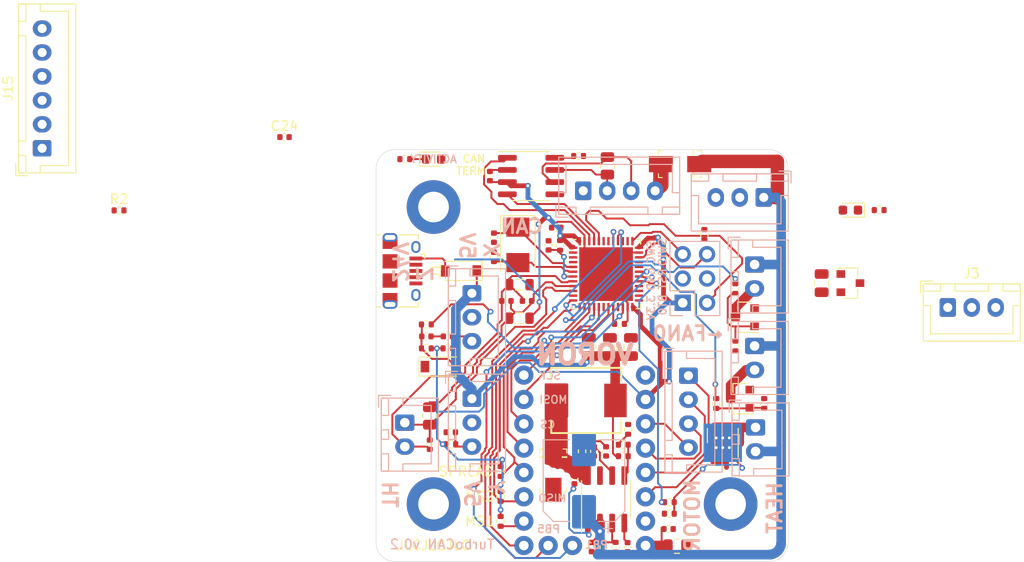
<source format=kicad_pcb>
(kicad_pcb (version 20211014) (generator pcbnew)
  (layers (0 "F.Cu" signal) (31 "B.Cu" signal) (34 "B.Paste" user) (35 "F.Paste" user) (36 "B.SilkS" user "B.Silkscreen") (37 "F.SilkS" user "F.Silkscreen") (38 "B.Mask" user) (39 "F.Mask" user) (44 "Edge.Cuts" user))
  (net 0 "")
  (net 1 "GND")
  (net 2 "+3V3")
  (net 3 "+24V")
  (net 4 "Net-(C6-Pad1)")
  (net 5 "Net-(C7-Pad1)")
  (net 6 "Net-(C8-Pad1)")
  (net 7 "Net-(C9-Pad2)")
  (net 8 "TH0")
  (net 9 "+5V")
  (net 10 "XTAL0")
  (net 11 "NRST")
  (net 12 "XTAL1")
  (net 13 "VDDA")
  (net 14 "Net-(D1-Pad2)")
  (net 15 "Net-(D2-PadA)")
  (net 16 "PROBEZ")
  (net 17 "LED")
  (net 18 "USBDM")
  (net 19 "USBDP")
  (net 20 "Net-(J2-Pad4)")
  (net 21 "Net-(J2-Pad3)")
  (net 22 "Net-(J2-Pad2)")
  (net 23 "Net-(J2-Pad1)")
  (net 24 "SWDIO")
  (net 25 "SWCLK")
  (net 26 "BOOT0")
  (net 27 "IO1")
  (net 28 "IO2")
  (net 29 "Net-(J11-Pad2)")
  (net 30 "Net-(J12-Pad2)")
  (net 31 "Net-(R3-Pad1)")
  (net 32 "Net-(R4-Pad2)")
  (net 33 "Net-(R10-Pad2)")
  (net 34 "Net-(R14-Pad1)")
  (net 35 "Net-(R15-Pad1)")
  (net 36 "Net-(R16-Pad1)")
  (net 37 "FAN0")
  (net 38 "FAN1")
  (net 39 "HEAT")
  (net 40 "DIAG")
  (net 41 "INDEX")
  (net 42 "EN")
  (net 43 "MISO")
  (net 44 "INT2")
  (net 45 "INT1_TX")
  (net 46 "CS_RX")
  (net 47 "MOSI_STEP")
  (net 48 "SCK_DIR")
  (net 49 "CANRX")
  (net 50 "CANTX")
  (net 51 "BOOT1")
  (net 52 "/SWITCH")
  (net 53 "Net-(D4-Pad1)")
  (net 54 "A_MISO")
  (net 55 "A_MOSI")
  (net 56 "A_SCK")
  (net 57 "A_CS")
  (net 58 "Net-(R11-Pad2)")
  (net 59 "Net-(C20-Pad1)")
  (net 60 "GNDA")
  (net 61 "Net-(J13-Pad1)")
  (net 62 "Net-(R29-Pad2)")
  (net 63 "Net-(D5-Pad1)")
  (net 64 "Net-(D6-Pad1)")
  (net 65 "IO3")
  (net 67 "Net-(R26-Pad1)")
  (net 68 "Net-(R26-Pad2)")
  (footprint "MountingHole:MountingHole_3.2mm_M3_DIN965_Pad" (layer "F.Cu") (at 51 51)
    (fp_text reference "H4" hide)
    (fp_text value "MountingHole" hide)
  )
  (footprint "MountingHole:MountingHole_3.2mm_M3_DIN965_Pad" (layer "F.Cu") (at 20 51)
    (fp_text reference "H2" hide)
    (fp_text value "MountingHole" hide)
  )
  (footprint "MountingHole:MountingHole_3.2mm_M3_DIN965_Pad" (layer "F.Cu") (at 20 20)
    (fp_text reference "H1" hide)
    (fp_text value "MountingHole" hide)
  )
  (footprint "Diode_SMD:D_SOD-123" (layer "F.Cu") (at 20.75 36.65)
    (fp_text reference "D4" hide)
    (fp_text value "BAT42W" hide)
  )
  (footprint "Capacitor_SMD:C_0402_1005Metric" (layer "F.Cu") (at 21.8 43.5 180)
    (fp_text reference "C11" hide)
    (fp_text value "100nF" hide)
  )
  (footprint "Resistor_SMD:R_0402_1005Metric" (layer "F.Cu") (at 21.8 44.75)
    (fp_text reference "R8" hide)
    (fp_text value "10k" hide)
  )
  (footprint "Capacitor_SMD:C_0805_2012Metric" (layer "F.Cu") (at 60.5 27.94 90)
    (fp_text reference "C1" hide)
    (fp_text value "10uF" hide)
  )
  (footprint "Capacitor_SMD:C_0402_1005Metric" (layer "F.Cu") (at 44.52 53.6 180)
    (fp_text reference "C2" hide)
    (fp_text value "100nF" hide)
  )
  (footprint "Capacitor_SMD:C_0402_1005Metric" (layer "F.Cu") (at 25.880221 16.76933 90)
    (fp_text reference "C3" hide)
    (fp_text value "100nF" hide)
  )
  (footprint "Capacitor_SMD:C_0402_1005Metric" (layer "F.Cu") (at 36.5 55.48 -90)
    (fp_text reference "C4" hide)
    (fp_text value "100nF" hide)
  )
  (footprint "Capacitor_SMD:C_0805_2012Metric" (layer "F.Cu") (at 45.4 55.4)
    (fp_text reference "C5" hide)
    (fp_text value "10uF" hide)
  )
  (footprint "Capacitor_SMD:C_0402_1005Metric" (layer "F.Cu") (at 40.25 55.5 -90)
    (fp_text reference "C6" hide)
    (fp_text value "10nF" hide)
  )
  (footprint "Capacitor_SMD:C_0402_1005Metric" (layer "F.Cu") (at 38 45.5 -90)
    (fp_text reference "C7" hide)
    (fp_text value "1nF" hide)
  )
  (footprint "Capacitor_SMD:C_0402_1005Metric" (layer "F.Cu") (at 36.75 45.5 -90)
    (fp_text reference "C8" hide)
    (fp_text value "1pF" hide)
  )
  (footprint "Capacitor_SMD:C_0402_1005Metric" (layer "F.Cu") (at 34.7 48.4 -90)
    (fp_text reference "C9" hide)
    (fp_text value "100nF" hide)
  )
  (footprint "Capacitor_SMD:C_0402_1005Metric" (layer "F.Cu") (at 21.5 33.5 180)
    (fp_text reference "C10" hide)
    (fp_text value "100nF" hide)
  )
  (footprint "Capacitor_SMD:C_0402_1005Metric" (layer "F.Cu") (at 19.6 44.8 -90)
    (fp_text reference "C12" hide)
    (fp_text value "100nF" hide)
  )
  (footprint "Capacitor_SMD:C_0805_2012Metric" (layer "F.Cu") (at 36.2 34.6 90)
    (fp_text reference "C13" hide)
    (fp_text value "22uF" hide)
  )
  (footprint "Capacitor_SMD:C_0805_2012Metric" (layer "F.Cu") (at 38.4 34.6 90)
    (fp_text reference "C14" hide)
    (fp_text value "22uF" hide)
  )
  (footprint "Capacitor_SMD:C_0805_2012Metric" (layer "F.Cu") (at 40.6 34.6 90)
    (fp_text reference "C15" hide)
    (fp_text value "22uF" hide)
  )
  (footprint "Capacitor_SMD:C_0402_1005Metric" (layer "F.Cu") (at 26.3 23.2 -90)
    (fp_text reference "C16" hide)
    (fp_text value "12pF" hide)
  )
  (footprint "Capacitor_SMD:C_0402_1005Metric" (layer "F.Cu") (at 32 24 90)
    (fp_text reference "C17" hide)
    (fp_text value "100nF" hide)
  )
  (footprint "Capacitor_SMD:C_0402_1005Metric" (layer "F.Cu") (at 26.3 25.2 90)
    (fp_text reference "C18" hide)
    (fp_text value "12pF" hide)
  )
  (footprint "Capacitor_SMD:C_0402_1005Metric" (layer "F.Cu") (at 29.75 29.8 180)
    (fp_text reference "C19" hide)
    (fp_text value "10nF" hide)
  )
  (footprint "digikey-footprints:DO-214AC" (layer "F.Cu") (at 45.72 15.522146 180)
    (fp_text reference "D2" hide)
    (fp_text value "SS54" hide)
  )
  (footprint "digikey-footprints:DO-214AC" (layer "F.Cu") (at 32.5 47.5 -90)
    (fp_text reference "D3" hide)
    (fp_text value "SS54" hide)
  )
  (footprint "LED_SMD:LED_0603_1608Metric" (layer "F.Cu") (at 20 15)
    (fp_text reference "D5" hide)
    (fp_text value "LED_Red" hide)
  )
  (footprint "LED_SMD:LED_0603_1608Metric" (layer "F.Cu") (at 63.5 20.32 180)
    (fp_text reference "D6" hide)
    (fp_text value "LED_Green" hide)
  )
  (footprint "KiCAD-Components:L_SMD_7.3x6.8" (layer "F.Cu") (at 35.9 40.15)
    (fp_text reference "L1" hide)
    (fp_text value "6.8uH" hide)
  )
  (footprint "Inductor_SMD:L_0805_2012Metric" (layer "F.Cu") (at 28.95 31.6 180)
    (fp_text reference "L2" hide)
    (fp_text value "Ferrite bead")
  )
  (footprint "Resistor_SMD:R_0402_1005Metric" (layer "F.Cu") (at 35.135641 14.673323)
    (fp_text reference "R3" hide)
    (fp_text value "1k" hide)
  )
  (footprint "Resistor_SMD:R_0402_1005Metric" (layer "F.Cu") (at 37.75 55.5 90)
    (fp_text reference "R4" hide)
    (fp_text value "330k" hide)
  )
  (footprint "Resistor_SMD:R_0402_1005Metric" (layer "F.Cu") (at 39 55.5 -90)
    (fp_text reference "R5" hide)
    (fp_text value "68k" hide)
  )
  (footprint "Resistor_SMD:R_0402_1005Metric" (layer "F.Cu") (at 35.5 45.49 90)
    (fp_text reference "R6" hide)
    (fp_text value "68k" hide)
  )
  (footprint "Resistor_SMD:R_0402_1005Metric" (layer "F.Cu") (at 21.5 34.75)
    (fp_text reference "R7" hide)
    (fp_text value "10k" hide)
  )
  (footprint "Resistor_SMD:R_0805_2012Metric" (layer "F.Cu") (at 19.6 41.8 -90)
    (fp_text reference "R9" hide)
    (fp_text value "4.7k")
  )
  (footprint "Resistor_SMD:R_0402_1005Metric" (layer "F.Cu") (at 39.8 46)
    (fp_text reference "R10" hide)
    (fp_text value "10k" hide)
  )
  (footprint "Resistor_SMD:R_0402_1005Metric" (layer "F.Cu") (at 39.8 44.8 180)
    (fp_text reference "R11" hide)
    (fp_text value "1.2k" hide)
  )
  (footprint "Resistor_SMD:R_0402_1005Metric" (layer "F.Cu") (at 54.5 40.5 90)
    (fp_text reference "R15" hide)
    (fp_text value "10k" hide)
  )
  (footprint "Resistor_SMD:R_0402_1005Metric" (layer "F.Cu") (at 44.6 52 180)
    (fp_text reference "R16" hide)
    (fp_text value "10k" hide)
  )
  (footprint "Resistor_SMD:R_0402_1005Metric" (layer "F.Cu") (at 51.49 28.51 -90)
    (fp_text reference "R17" hide)
    (fp_text value "100" hide)
  )
  (footprint "Resistor_SMD:R_0402_1005Metric" (layer "F.Cu") (at 49.5 40.5 -90)
    (fp_text reference "R18" hide)
    (fp_text value "100" hide)
  )
  (footprint "Resistor_SMD:R_0402_1005Metric" (layer "F.Cu") (at 44.6 50.8)
    (fp_text reference "R19" hide)
    (fp_text value "100" hide)
  )
  (footprint "Resistor_SMD:R_0402_1005Metric" (layer "F.Cu") (at 33.2 24 -90)
    (fp_text reference "R20" hide)
    (fp_text value "10k" hide)
  )
  (footprint "Resistor_SMD:R_0402_1005Metric" (layer "F.Cu") (at 48.26 22.86 90)
    (fp_text reference "R21" hide)
    (fp_text value "10k" hide)
  )
  (footprint "Resistor_SMD:R_0402_1005Metric" (layer "F.Cu") (at 39.4 32.2)
    (fp_text reference "R22" hide)
    (fp_text value "10k" hide)
  )
  (footprint "Resistor_SMD:R_0402_1005Metric" (layer "F.Cu") (at 17 15 180)
    (fp_text reference "R23" hide)
    (fp_text value "1k" hide)
  )
  (footprint "Resistor_SMD:R_0402_1005Metric" (layer "F.Cu") (at 66.5 20.32)
    (fp_text reference "R24" hide)
    (fp_text value "1k" hide)
  )
  (footprint "Package_TO_SOT_SMD:SOT-23" (layer "F.Cu") (at 63.5 27.94)
    (fp_text reference "U1" hide)
    (fp_text value "AP2127N-3.3" hide)
  )
  (footprint "Package_SO:SOIC-8_3.9x4.9mm_P1.27mm" (layer "F.Cu") (at 30.178547 16.765518)
    (fp_text reference "U3" hide)
    (fp_text value "SN65HVD230" hide)
  )
  (footprint "Package_TO_SOT_SMD:SOT-23" (layer "F.Cu") (at 52.5 31.5 180)
    (fp_text reference "U5" hide)
    (fp_text value "AO3400A" hide)
  )
  (footprint "Package_TO_SOT_SMD:SOT-23" (layer "F.Cu") (at 52 40 180)
    (fp_text reference "U6" hide)
    (fp_text value "AO3400A" hide)
  )
  (footprint "Package_DFN_QFN:QFN-48-1EP_7x7mm_P0.5mm_EP5.6x5.6mm" (layer "F.Cu") (at 38 27)
    (fp_text reference "U8" hide)
    (fp_text value "STM32F072CBUx" hide)
  )
  (footprint "Crystal:Crystal_SMD_5032-2Pin_5.0x3.2mm" (layer "F.Cu") (at 28.8 23.95 -90)
    (fp_text reference "Y1" hide)
    (fp_text value "Crystal" hide)
  )
  (footprint "Resistor_SMD:R_0402_1005Metric" (layer "F.Cu") (at 51.5 34.5 -90)
    (fp_text reference "R14" hide)
    (fp_text value "10k" hide)
  )
  (footprint "Diode_SMD:D_SOD-123" (layer "F.Cu") (at 22.86 26.67 180)
    (fp_text reference "D1" hide)
    (fp_text value "BAT42W-V" hide)
  )
  (footprint "Resistor_SMD:R_0402_1005Metric" (layer "F.Cu") (at 40.3 43.2 90)
    (fp_text reference "R25" hide)
    (fp_text value "680" hide)
  )
  (footprint "Resistor_SMD:R_0805_2012Metric" (layer "F.Cu") (at 38.141513 15.701066 90)
    (fp_text reference "R26" hide)
    (fp_text value "120Ohm")
  )
  (footprint "Capacitor_SMD:C_0402_1005Metric" (layer "F.Cu") (at 19.25 33.5)
    (fp_text reference "C20" hide)
    (fp_text value "100nF")
  )
  (footprint "Resistor_SMD:R_0402_1005Metric" (layer "F.Cu") (at 19.25 34.75 180)
    (fp_text reference "R27" hide)
    (fp_text value "10k")
  )
  (footprint "Resistor_SMD:R_0402_1005Metric" (layer "F.Cu") (at 19.25 32.25 180)
    (fp_text reference "R28" hide)
    (fp_text value "1k")
  )
  (footprint "Capacitor_SMD:C_0402_1005Metric" (layer "F.Cu") (at 32.8 22.15)
    (fp_text reference "C22" hide)
    (fp_text value "100nF")
  )
  (footprint "Capacitor_SMD:C_0402_1005Metric" (layer "F.Cu") (at 27.6 29.8 180)
    (fp_text reference "C23" hide)
    (fp_text value "1uF")
  )
  (footprint "Inductor_SMD:L_0805_2012Metric" (layer "F.Cu") (at 28.95 28.1 180)
    (fp_text reference "L3" hide)
    (fp_text value "Ferrite bead")
  )
  (footprint "Resistor_SMD:R_0402_1005Metric" (layer "F.Cu") (at 27 52.8 -90)
    (fp_text reference "R29" hide)
    (fp_text value "DNP")
  )
  (footprint "Resistor_SMD:R_0402_1005Metric" (layer "F.Cu") (at 27 50.2 -90)
    (fp_text reference "R30" hide)
    (fp_text value "DNP")
  )
  (footprint "Resistor_SMD:R_0402_1005Metric" (layer "F.Cu") (at 27 47.6 -90)
    (fp_text reference "R31" hide)
    (fp_text value "DNP")
  )
  (footprint "Package_SO:SOIC-8_3.9x4.9mm_P1.27mm" (layer "F.Cu") (at 38 50.5 90)
    (fp_text reference "U4" hide)
    (fp_text value "TPS54331" hide)
  )
  (footprint "turbocan:DFN-8-1EP_3x3mm_P0.65mm_EP1.7x2.05mm_Thermal_Pad" (layer "F.Cu") (at 50.18 44.6 90)
    (fp_text reference "U7" hide)
    (fp_text value "AON7400A")
  )
  (footprint "Connector_JST:JST_XH_B3B-XH-A_1x03_P2.50mm_Vertical" (layer "F.Cu") (at 73.66 30.48)
    (fp_text reference "J3")
    (fp_text value "IO_PB10")
  )
  (footprint "Connector_USB:USB_Micro-B_Amphenol_10118194_Horizontal" (layer "F.Cu") (at 16.759007 26.67 -90)
    (fp_text reference "J1")
    (fp_text value "USB_C_Receptacle_USB2.0")
  )
  (footprint "Resistor_SMD:R_0402_1005Metric" (layer "F.Cu") (at -12.82 20.35)
    (fp_text reference "R2")
    (fp_text value "10k")
  )
  (footprint "Connector_JST:JST_XH_B6B-XH-A_1x06_P2.50mm_Vertical" (layer "F.Cu") (at -20.845 13.87 90)
    (fp_text reference "J15")
    (fp_text value "SPI")
  )
  (footprint "Capacitor_SMD:C_0402_1005Metric" (layer "F.Cu") (at 4.445 12.7)
    (fp_text reference "C24")
    (fp_text value "100nF")
  )
  (footprint "Connector_JST:JST_XH_B4B-XH-A_1x04_P2.50mm_Vertical" (layer "B.Cu") (at 46.6 37.6 -90)
    (fp_text reference "J2" hide)
    (fp_text value "STEPPER" hide)
  )
  (footprint "Connector_JST:JST_XH_B3B-XH-A_1x03_P2.50mm_Vertical" (layer "B.Cu") (at 24 29 -90)
    (fp_text reference "J7" hide)
    (fp_text value "IO_PB6" hide)
  )
  (footprint "Connector_JST:JST_XH_B3B-XH-A_1x03_P2.50mm_Vertical" (layer "B.Cu") (at 24 40 -90)
    (fp_text reference "J8" hide)
    (fp_text value "IO_PB7" hide)
  )
  (footprint "Connector_JST:JST_XH_B2B-XH-A_1x02_P2.50mm_Vertical" (layer "B.Cu") (at 17 42.5 -90)
    (fp_text reference "J9" hide)
    (fp_text value "TH0" hide)
  )
  (footprint "Connector_JST:JST_XH_B4B-XH-A_1x04_P2.50mm_Vertical" (layer "B.Cu") (at 35.62 18.305)
    (fp_text reference "J10" hide)
    (fp_text value "CAN_PORT" hide)
  )
  (footprint "Connector_JST:JST_XH_B2B-XH-A_1x02_P2.50mm_Vertical" (layer "B.Cu") (at 53.5 26 -90)
    (fp_text reference "J11" hide)
    (fp_text value "FAN0" hide)
  )
  (footprint "Connector_JST:JST_XH_B2B-XH-A_1x02_P2.50mm_Vertical" (layer "B.Cu") (at 53.5 34.5 -90)
    (fp_text reference "J12" hide)
    (fp_text value "FAN1" hide)
  )
  (footprint "Connector_JST:JST_XH_B2B-XH-A_1x02_P2.50mm_Vertical" (layer "B.Cu") (at 53.6 43 -90)
    (fp_text reference "J13" hide)
    (fp_text value "HEAT")
  )
  (footprint "Connector_JST:JST_XH_B3B-XH-A_1x03_P2.50mm_Vertical" (layer "B.Cu") (at 54.454261 18.997116 180)
    (fp_text reference "J14" hide)
    (fp_text value "PROBE" hide)
  )
  (footprint "user:TMC2209StepStick" (layer "B.Cu") (at 34.5 35 180)
    (fp_text reference "U2" hide)
    (fp_text value "TMC2209StepStick" hide)
  )
  (footprint "Connector_PinHeader_2.54mm:PinHeader_2x03_P2.54mm_Vertical" (layer "B.Cu") (at 46 30)
    (fp_text reference "J5" hide)
    (fp_text value "DEBUG" hide)
  )
  (footprint "Capacitor_SMD:CP_Elec_8x10" (layer "B.Cu") (at 35.7 48.55 90)
    (fp_text reference "C21" hide)
    (fp_text value "100uF")
  )
  (gr_arc (start 16 57) (mid 14.585786 56.414214) (end 14 55) (layer "Edge.Cuts") (width 0.05))
  (gr_arc (start 57 55) (mid 56.414214 56.414214) (end 55 57) (layer "Edge.Cuts") (width 0.05))
  (gr_arc (start 55 14) (mid 56.414214 14.585786) (end 57 16) (layer "Edge.Cuts") (width 0.05))
  (gr_arc (start 14 16) (mid 14.585786 14.585786) (end 16 14) (layer "Edge.Cuts") (width 0.05))
  (gr_line (start 14 55) (end 14 16) (layer "Edge.Cuts") (width 0.05))
  (gr_line (start 55 57) (end 16 57) (layer "Edge.Cuts") (width 0.05))
  (gr_line (start 57 16) (end 57 55) (layer "Edge.Cuts") (width 0.05))
  (gr_line (start 16 14) (end 55 14) (layer "Edge.Cuts") (width 0.05))
  (gr_text "TH" (at 15.4 50 -90) (layer "B.SilkS") (effects (font (size 1.5 1.5) (thickness 0.3)) (justify mirror)))
  (gr_text "←FAN0" (at 46.6 33.2) (layer "B.SilkS") (effects (font (size 1.5 1.5) (thickness 0.3)) (justify mirror)))
  (gr_text "Z" (at 19 27 -90) (layer "B.SilkS") (effects (font (size 1.5 1.5) (thickness 0.3)) (justify mirror)))
  (gr_text "CAN" (at 29.2 22) (layer "B.SilkS") (effects (font (size 1.5 1.5) (thickness 0.3)) (justify mirror)))
  (gr_text "BT0" (at 43.9 30.2 90) (layer "B.SilkS") (effects (font (size 0.8 0.8)) (justify mirror)))
  (gr_text "PB5" (at 32 53.6) (layer "B.SilkS") (effects (font (size 0.8 0.8)) (justify mirror)))
  (gr_text "PB1" (at 37 55.25) (layer "B.SilkS") (effects (font (size 0.8 0.8)) (justify mirror)))
  (gr_text "24V" (at 16.5 23.5 -90) (layer "B.SilkS") (effects (font (size 1.5 1.5) (thickness 0.3)) (justify right mirror)))
  (gr_text "5V" (at 24 51.5 -90) (layer "B.SilkS") (effects (font (size 1.5 1.5) (thickness 0.3)) (justify left mirror)))
  (gr_text "GND" (at 42.7 27.5 90) (layer "B.SilkS") (effects (font (size 0.8 0.8)) (justify mirror)))
  (gr_text "TurboCAN v0.2" (at 20.9 55.2) (layer "B.SilkS") (effects (font (size 1 1)) (justify mirror)))
  (gr_text "HEAT" (at 55.6 51.4 90) (layer "B.SilkS") (effects (font (size 1.5 1.5) (thickness 0.3)) (justify mirror)))
  (gr_text "VORON" (at 35.8 35.4) (layer "B.SilkS") (effects (font (size 2 2) (thickness 0.5)) (justify mirror)))
  (gr_text "ACTIVITY" (at 20 15) (layer "B.SilkS") (effects (font (size 0.8 0.8)) (justify mirror)))
  (gr_text "MOSI" (at 32.5 40.1) (layer "B.SilkS") (effects (font (size 0.8 0.8)) (justify mirror)))
  (gr_text "5V" (at 23.5 22.5 -90) (layer "B.SilkS") (effects (font (size 1.5 1.5) (thickness 0.3)) (justify right mirror)))
  (gr_text "SWC" (at 42.7 24.7 90) (layer "B.SilkS") (effects (font (size 0.8 0.8)) (justify mirror)))
  (gr_text "Y" (at 26.5 49.2 270) (layer "B.SilkS") (effects (font (size 1.5 1.5) (thickness 0.3)) (justify mirror)))
  (gr_text "SWIO" (at 43.9 24.7 90) (layer "B.SilkS") (effects (font (size 0.8 0.8)) (justify mirror)))
  (gr_text "SCK" (at 32.1 37.6) (layer "B.SilkS") (effects (font (size 0.8 0.8)) (justify mirror)))
  (gr_text "3.3V" (at 42.7 30.5 90) (layer "B.SilkS") (effects (font (size 0.8 0.8)) (justify mirror)))
  (gr_text "CS" (at 31.9 42.7) (layer "B.SilkS") (effects (font (size 0.8 0.8)) (justify mirror)))
  (gr_text "MISO" (at 32.4 50.4) (layer "B.SilkS") (effects (font (size 0.8 0.8)) (justify mirror)))
  (gr_text "RST" (at 43.9 27.5 90) (layer "B.SilkS") (effects (font (size 0.8 0.8)) (justify mirror)))
  (gr_text "MOTOR" (at 47 52.2 90) (layer "B.SilkS") (effects (font (size 1.5 1.5) (thickness 0.3)) (justify mirror)))
  (gr_text "X" (at 26 24.5 -90) (layer "B.SilkS") (effects (font (size 1.5 1.5) (thickness 0.3)) (justify mirror)))
  (gr_text "SPREAD" (at 23.4 47.6) (layer "F.SilkS") (effects (font (size 1 1))))
  (gr_text "MS2" (at 24.8 50.2) (layer "F.SilkS") (effects (font (size 1 1))))
  (gr_text " CAN\nTERM" (at 23.9 15.6) (layer "F.SilkS") (effects (font (size 0.8 0.8))))
  (gr_text "JLCJLCJLC" (at 20 55.3) (layer "F.SilkS") (effects (font (size 1 1))))
  (gr_text "MS1" (at 24.8 52.8) (layer "F.SilkS") (effects (font (size 1 1))))
  (segment (start 50.569 46.759) (end 50.419 46.609) (width 0.2) (layer "F.Cu") (net 1))
  (segment (start 32.93001 21.53999) (end 34.33999 21.53999) (width 0.2) (layer "F.Cu") (net 1))
  (segment (start 40.25 30.4375) (end 40.25 29.987332) (width 0.2) (layer "F.Cu") (net 1))
  (segment (start 19.73 33.5) (end 21.02 33.5) (width 0.2) (layer "F.Cu") (net 1))
  (segment (start 40.25 29.987332) (end 38 27.737332) (width 0.2) (layer "F.Cu") (net 1))
  (segment (start 50.569 47.175) (end 50.569 46.759) (width 0.2) (layer "F.Cu") (net 1))
  (segment (start 34.33999 21.53999) (end 35.75 22.95) (width 0.2) (layer "F.Cu") (net 1))
  (segment (start 40.25 31.86) (end 39.91 32.2) (width 0.2) (layer "F.Cu") (net 1))
  (segment (start 27.571512 16.262553) (end 27.703547 16.130518) (width 0.2) (layer "F.Cu") (net 1))
  (segment (start 40.25 30.4375) (end 40.25 31.86) (width 0.2) (layer "F.Cu") (net 1))
  (segment (start 50.569 47.175) (end 50.569 46.505) (width 0.5) (layer "F.Cu") (net 1))
  (segment (start 49.149 46.609) (end 50.419 46.609) (width 0.5) (layer "F.Cu") (net 1))
  (segment (start 35.75 22.95) (end 35.75 23.5625) (width 0.2) (layer "F.Cu") (net 1))
  (segment (start 26.039033 16.130518) (end 25.880221 16.28933) (width 0.2) (layer "F.Cu") (net 1))
  (segment (start 32.32 22.15) (end 32.93001 21.53999) (width 0.2) (layer "F.Cu") (net 1))
  (segment (start 35.75 23.5625) (end 35.75 24.75) (width 0.2) (layer "F.Cu") (net 1))
  (segment (start 27.703547 16.130518) (end 26.039033 16.130518) (width 0.2) (layer "F.Cu") (net 1))
  (segment (start 41.4375 24.75) (end 40.25 24.75) (width 0.2) (layer "F.Cu") (net 1))
  (segment (start 50.569 46.505) (end 50.546 46.482) (width 0.2) (layer "F.Cu") (net 1))
  (segment (start 19.76 34.75) (end 20.35 34.75) (width 0.2) (layer "F.Cu") (net 2))
  (segment (start 43.06443 23.184805) (end 43.417951 23.184805) (width 0.5) (layer "F.Cu") (net 2))
  (segment (start 33.2 23) (end 34.61249 23) (width 0.5) (layer "F.Cu") (net 2))
  (segment (start 33.28 22.92) (end 33.2 23) (width 0.2) (layer "F.Cu") (net 2))
  (segment (start 42.999201 23.250034) (end 43.06443 23.184805) (width 0.5) (layer "F.Cu") (net 2))
  (segment (start 33.2 23) (end 33.2 23.49) (width 0.2) (layer "F.Cu") (net 2))
  (segment (start 46 30) (end 44.743532 30) (width 0.5) (layer "F.Cu") (net 2))
  (segment (start 43.649999 34.449999) (end 41.593755 32.393755) (width 0.5) (layer "F.Cu") (net 2))
  (segment (start 33.28 22.15) (end 33.28 22.92) (width 0.2) (layer "F.Cu") (net 2))
  (segment (start 27 49.69) (end 27 49) (width 0.2) (layer "F.Cu") (net 2))
  (segment (start 31.050797 30.561703) (end 31.050797 29.904646) (width 0.2) (layer "F.Cu") (net 2))
  (segment (start 41.593755 32.393755) (end 41.593755 31.206245) (width 0.5) (layer "F.Cu") (net 2))
  (segment (start 44.6 38.2) (end 44 38.2) (width 0.5) (layer "F.Cu") (net 2))
  (segment (start 34.37499 24.17499) (end 34.5625 24.17499) (width 0.5) (layer "F.Cu") (net 2))
  (segment (start 42.12 40.08) (end 44 38.2) (width 0.5) (layer "F.Cu") (net 2))
  (segment (start 44.743532 30) (end 43.999988 29.256456) (width 0.5) (layer "F.Cu") (net 2))
  (segment (start 29.845 17.78) (end 28.083029 17.78) (width 0.5) (layer "F.Cu") (net 2))
  (segment (start 43.649999 38.550001) (end 43.649999 34.449999) (width 0.5) (layer "F.Cu") (net 2))
  (segment (start 27 46.54251) (end 27.179104 46.363406) (width 0.2) (layer "F.Cu") (net 2))
  (segment (start 33.2 23) (end 34.37499 24.17499) (width 0.5) (layer "F.Cu") (net 2))
  (segment (start 28.083029 17.78) (end 27.703547 17.400518) (width 0.5) (layer "F.Cu") (net 2))
  (segment (start 34.61249 23) (end 35.17499 23.5625) (width 0.5) (layer "F.Cu") (net 2))
  (segment (start 27 47.09) (end 27 46.54251) (width 0.2) (layer "F.Cu") (net 2))
  (segment (start 27 52.29) (end 27 51.6) (width 0.2) (layer "F.Cu") (net 2))
  (segment (start 43.999988 29.256456) (end 43.999988 25.508723) (width 0.5) (layer "F.Cu") (net 2))
  (segment (start 30.0125 31.6) (end 31.050797 30.561703) (width 0.2) (layer "F.Cu") (net 2))
  (segment (start 41.4375 24.17499) (end 42.362456 23.250034) (width 0.5) (layer "F.Cu") (net 2))
  (segment (start 27 49) (end 27.000003 48.999997) (width 0.2) (layer "F.Cu") (net 2))
  (segment (start 27.703547 17.400518) (end 26.031409 17.400518) (width 0.2) (layer "F.Cu") (net 2))
  (segment (start 26.031409 17.400518) (end 25.880221 17.24933) (width 0.2) (layer "F.Cu") (net 2))
  (segment (start 30.94134 21.794844) (end 31.616184 21.12) (width 0.5) (layer "F.Cu") (net 2))
  (segment (start 20.99 34.75) (end 20.35 34.75) (width 0.2) (layer "F.Cu") (net 2))
  (segment (start 31.616184 21.12) (end 32.000012 21.12) (width 0.5) (layer "F.Cu") (net 2))
  (segment (start 21.29 44.75) (end 20.94999 44.75) (width 0.2) (layer "F.Cu") (net 2))
  (segment (start 43.999988 25.508723) (end 43.963658 25.472393) (width 0.5) (layer "F.Cu") (net 2))
  (segment (start 42.362456 23.250034) (end 42.999201 23.250034) (width 0.5) (layer "F.Cu") (net 2))
  (segment (start 41.593755 31.206245) (end 40.82501 30.4375) (width 0.5) (layer "F.Cu") (net 2))
  (via (at 29.845 17.78) (size 0.6) (drill 0.3) (layers "F.Cu" "B.Cu") (net 2))
  (via (at 44.6 38.2) (size 0.6) (drill 0.3) (layers "F.Cu" "B.Cu") (net 2))
  (via (at 30.94134 21.794844) (size 0.6) (drill 0.3) (layers "F.Cu" "B.Cu") (net 2))
  (via (at 27 51.6) (size 0.6) (drill 0.3) (layers "F.Cu" "B.Cu") (net 2))
  (via (at 43.963658 25.472393) (size 0.6) (drill 0.3) (layers "F.Cu" "B.Cu") (net 2))
  (via (at 20.94999 44.75) (size 0.6) (drill 0.3) (layers "F.Cu" "B.Cu") (net 2))
  (via (at 27.000003 48.999997) (size 0.6) (drill 0.3) (layers "F.Cu" "B.Cu") (net 2))
  (via (at 43.417951 23.184805) (size 0.6) (drill 0.3) (layers "F.Cu" "B.Cu") (net 2))
  (via (at 20.35 34.75) (size 0.6) (drill 0.3) (layers "F.Cu" "B.Cu") (net 2))
  (via (at 31.050797 29.904646) (size 0.6) (drill 0.3) (layers "F.Cu" "B.Cu") (net 2))
  (via (at 33.2 23) (size 0.6) (drill 0.3) (layers "F.Cu" "B.Cu") (net 2))
  (via (at 27.179104 46.363406) (size 0.6) (drill 0.3) (layers "F.Cu" "B.Cu") (net 2))
  (via (at 32.000012 21.12) (size 0.6) (drill 0.3) (layers "F.Cu" "B.Cu") (net 2))
  (segment (start 20.94999 44.75) (end 20.35 44.15001) (width 0.2) (layer "B.Cu") (net 2))
  (segment (start 44.307314 30) (end 42.8 31.507314) (width 0.5) (layer "B.Cu") (net 2))
  (segment (start 29.845 19.05) (end 29.845 17.78) (width 0.5) (layer "B.Cu") (net 2))
  (segment (start 27.179104 48.820896) (end 27.000003 48.999997) (width 0.2) (layer "B.Cu") (net 2))
  (segment (start 28.537831 36.239999) (end 25.27501 39.50282) (width 0.2) (layer "B.Cu") (net 2))
  (segment (start 25.27501 40.827824) (end 24.752834 41.35) (width 0.2) (layer "B.Cu") (net 2))
  (segment (start 22.563396 46.363406) (end 27.179104 46.363406) (width 0.2) (layer "B.Cu") (net 2))
  (segment (start 42.8 31.507314) (end 42.8 33.031887) (width 0.5) (layer "B.Cu") (net 2))
  (segment (start 43.942888 23.942888) (end 43.417951 23.417951) (width 0.5) (layer "B.Cu") (net 2))
  (segment (start 27 51.6) (end 27 49) (width 0.2) (layer "B.Cu") (net 2))
  (segment (start 43.417951 23.417951) (end 43.417951 23.184805) (width 0.5) (layer "B.Cu") (net 2))
  (segment (start 27.165 25.465) (end 31.050797 29.350797) (width 0.2) (layer "B.Cu") (net 2))
  (segment (start 43.942888 23.942888) (end 43.999988 23.999988) (width 0.5) (layer "B.Cu") (net 2))
  (segment (start 33.2 22.319988) (end 32.000012 21.12) (width 0.5) (layer "B.Cu") (net 2))
  (segment (start 20.35 41.35) (end 20.35 34.75) (width 0.2) (layer "B.Cu") (net 2))
  (segment (start 30.044001 36.239999) (end 28.537831 36.239999) (width 0.2) (layer "B.Cu") (net 2))
  (segment (start 44.6 34.831887) (end 44.6 38.2) (width 0.5) (layer "B.Cu") (net 2))
  (segment (start 27.179104 46.363406) (end 27.179104 48.820896) (width 0.2) (layer "B.Cu") (net 2))
  (segment (start 31.000001 37.199999) (end 31.000001 37.195999) (width 0.2) (layer "B.Cu") (net 2))
  (segment (start 31.915 21.12) (end 29.845 19.05) (width 0.5) (layer "B.Cu") (net 2))
  (segment (start 22.235 25.465) (end 27.165 25.465) (width 0.2) (layer "B.Cu") (net 2))
  (segment (start 39.239999 37.199999) (end 31.000001 37.199999) (width 0.2) (layer "B.Cu") (net 2))
  (segment (start 20.94999 44.75) (end 22.563396 46.363406) (width 0.2) (layer "B.Cu") (net 2))
  (segment (start 43.999988 23.999988) (end 43.999988 25.436063) (width 0.5) (layer "B.Cu") (net 2))
  (segment (start 46 30) (end 44.307314 30) (width 0.5) (layer "B.Cu") (net 2))
  (segment (start 42.12 40.08) (end 39.239999 37.199999) (width 0.2) (layer "B.Cu") (net 2))
  (segment (start 42.8 33.031887) (end 44.6 34.831887) (width 0.5) (layer "B.Cu") (net 2))
  (segment (start 43.999988 25.436063) (end 43.963658 25.472393) (width 0.5) (layer "B.Cu") (net 2))
  (segment (start 31.050797 21.904301) (end 30.94134 21.794844) (width 0.2) (layer "B.Cu") (net 2))
  (segment (start 31.000001 37.195999) (end 30.044001 36.239999) (width 0.2) (layer "B.Cu") (net 2))
  (segment (start 24.752834 41.35) (end 20.35 41.35) (width 0.2) (layer "B.Cu") (net 2))
  (segment (start 32.000012 21.12) (end 31.915 21.12) (width 0.5) (layer "B.Cu") (net 2))
  (segment (start 31.050797 29.904646) (end 31.050797 21.904301) (width 0.2) (layer "B.Cu") (net 2))
  (segment (start 20.35 44.15001) (end 20.35 41.35) (width 0.2) (layer "B.Cu") (net 2))
  (segment (start 33.2 23) (end 33.2 22.319988) (width 0.5) (layer "B.Cu") (net 2))
  (segment (start 25.27501 39.50282) (end 25.27501 40.827824) (width 0.2) (layer "B.Cu") (net 2))
  (segment (start 27 49) (end 27.000003 48.999997) (width 0.2) (layer "B.Cu") (net 2))
  (segment (start 55.88 15.24) (end 48.002146 15.24) (width 1.4) (layer "F.Cu") (net 3))
  (segment (start 43.72 55.32) (end 44.37 55.32) (width 1) (layer "F.Cu") (net 3))
  (segment (start 44.37 55.32) (end 44.45 55.4) (width 1) (layer "F.Cu") (net 3))
  (segment (start 43.8 53.48) (end 43.8 55.24) (width 0.2) (layer "F.Cu") (net 3))
  (segment (start 48.002146 15.24) (end 47.72 15.522146) (width 1.4) (layer "F.Cu") (net 3))
  (segment (start 37.365 52.975) (end 37.365 53.835) (width 1) (layer "F.Cu") (net 3))
  (segment (start 43.8 55.24) (end 43.72 55.32) (width 0.2) (layer "F.Cu") (net 3))
  (segment (start 37.365 54.135) (end 36.5 55) (width 0.2) (layer "F.Cu") (net 3))
  (segment (start 54.454261 18.997116) (end 55.827116 18.997116) (width 1.4) (layer "F.Cu") (net 3))
  (segment (start 37.51 56.01) (end 36.5 55) (width 0.2) (layer "F.Cu") (net 3))
  (segment (start 55.827116 18.997116) (end 55.88 19.05) (width 1.4) (layer "F.Cu") (net 3))
  (segment (start 55.88 19.05) (end 55.88 15.24) (width 1.4) (layer "F.Cu") (net 3))
  (segment (start 37.365 53.835) (end 37.365 54.135) (width 0.2) (layer "F.Cu") (net 3))
  (segment (start 37.75 56.01) (end 37.51 56.01) (width 0.2) (layer "F.Cu") (net 3))
  (segment (start 42.12 55.32) (end 43.72 55.32) (width 1) (layer "F.Cu") (net 3))
  (via (at 37.365 53.835) (size 0.8) (drill 0.4) (layers "F.Cu" "B.Cu") (net 3))
  (segment (start 55.794833 55.996681) (end 55.749308 56.031344) (width 1) (layer "B.Cu") (net 3))
  (segment (start 55.70228 56.063925) (end 55.653846 56.094358) (width 1) (layer "B.Cu") (net 3))
  (segment (start 56.269673 55.114293) (end 56.26327 55.171117) (width 1) (layer "B.Cu") (net 3))
  (segment (start 35.7 52.17) (end 37.365 53.835) (width 1) (layer "B.Cu") (net 3))
  (segment (start 56.14856 55.553121) (end 56.122584 55.604103) (width 1) (layer "B.Cu") (net 3))
  (segment (start 56.21241 55.393948) (end 56.193514 55.447947) (width 1) (layer "B.Cu") (net 3))
  (segment (start 56.273523 55.057196) (end 56.269673 55.114293) (width 1) (layer "B.Cu") (net 3))
  (segment (start 56.193514 55.447947) (end 56.172221 55.50103) (width 1) (layer "B.Cu") (net 3))
  (segment (start 55.553125 56.148558) (end 55.501011 56.17223) (width 1) (layer "B.Cu") (net 3))
  (segment (start 55.827116 18.997116) (end 54.454261 18.997116) (width 1) (layer "B.Cu") (net 3))
  (segment (start 37.365 56.035) (end 37.12501 56.27499) (width 1) (layer "B.Cu") (net 3))
  (segment (start 55.339154 56.228865) (end 55.283675 56.242845) (width 1) (layer "B.Cu") (net 3))
  (segment (start 55.501011 56.17223) (end 55.447951 56.193514) (width 1) (layer "B.Cu") (net 3))
  (segment (start 55.749308 56.031344) (end 55.70228 56.063925) (width 1) (layer "B.Cu") (net 3))
  (segment (start 56.27499 19.44499) (end 55.827116 18.997116) (width 1) (layer "B.Cu") (net 3))
  (segment (start 43.07499 56.27499) (end 42.12 55.32) (width 1) (layer "B.Cu") (net 3))
  (segment (start 55.283675 56.242845) (end 55.227639 56.254319) (width 1) (layer "B.Cu") (net 3))
  (segment (start 55.604095 56.122588) (end 55.553125 56.148558) (width 1) (layer "B.Cu") (net 3))
  (segment (start 55.227639 56.254319) (end 55.171125 56.26327) (width 1) (layer "B.Cu") (net 3))
  (segment (start 55.653846 56.094358) (end 55.604095 56.122588) (width 1) (layer "B.Cu") (net 3))
  (segment (start 56.27499 26.32501) (end 56.27499 34.72501) (width 1) (layer "B.Cu") (net 3))
  (segment (start 56.094358 55.653846) (end 56.063925 55.70228) (width 1) (layer "B.Cu") (net 3))
  (segment (start 56.172221 55.50103) (end 56.14856 55.553121) (width 1) (layer "B.Cu") (net 3))
  (segment (start 56.031342 55.749311) (end 55.996681 55.794833) (width 1) (layer "B.Cu") (net 3))
  (segment (start 53.5 34.5) (end 56.04998 34.5) (width 1) (layer "B.Cu") (net 3))
  (segment (start 55.853115 55.946886) (end 55.838739 55.960026) (width 1) (layer "B.Cu") (net 3))
  (segment (start 56.228867 55.339143) (end 56.21241 55.393948) (width 1) (layer "B.Cu") (net 3))
  (segment (start 56.242842 55.283683) (end 56.228867 55.339143) (width 1) (layer "B.Cu") (net 3))
  (segment (start 56.27499 26.32501) (end 56.27499 19.44499) (width 1) (layer "B.Cu") (net 3))
  (segment (start 56.04998 34.5) (end 56.27499 34.72501) (width 1) (layer "B.Cu") (net 3))
  (segment (start 56.26327 55.171117) (end 56.254318 55.227637) (width 1) (layer "B.Cu") (net 3))
  (segment (start 55.393947 56.212412) (end 55.339154 56.228865) (width 1) (layer "B.Cu") (net 3))
  (segment (start 43.07499 56.27499) (end 37.12501 56.27499) (width 1) (layer "B.Cu") (net 3))
  (segment (start 56.122584 55.604103) (end 56.094358 55.653846) (width 1) (layer "B.Cu") (net 3))
  (segment (start 55.946882 55.853119) (end 55.853115 55.946886) (width 1) (layer "B.Cu") (net 3))
  (segment (start 56.27499 34.72501) (end 56.27499 54.991881) (width 1) (layer "B.Cu") (net 3))
  (segment (start 56.254318 55.227637) (end 56.242842 55.283683) (width 1) (layer "B.Cu") (net 3))
  (segment (start 54.991915 56.27499) (end 43.07499 56.27499) (width 1) (layer "B.Cu") (net 3))
  (segment (start 55.960027 55.838737) (end 55.946882 55.853119) (width 1) (layer "B.Cu") (net 3))
  (segment (start 37.365 53.835) (end 37.365 56.035) (width 1) (layer "B.Cu") (net 3))
  (segment (start 55.94998 26) (end 56.27499 26.32501) (width 1) (layer "B.Cu") (net 3))
  (segment (start 53.5 26) (end 55.94998 26) (width 1) (layer "B.Cu") (net 3))
  (segment (start 56.27499 54.991881) (end 56.273523 55.057196) (width 1) (layer "B.Cu") (net 3))
  (segment (start 55.114273 56.269676) (end 55.057199 56.273525) (width 1) (layer "B.Cu") (net 3))
  (segment (start 55.447951 56.193514) (end 55.393947 56.212412) (width 1) (layer "B.Cu") (net 3))
  (segment (start 56.063925 55.70228) (end 56.031342 55.749311) (width 1) (layer "B.Cu") (net 3))
  (segment (start 55.996681 55.794833) (end 55.960027 55.838737) (width 1) (layer "B.Cu") (net 3))
  (segment (start 53.6 45.5) (end 56.05 45.5) (width 1) (layer "B.Cu") (net 3))
  (segment (start 55.057199 56.273525) (end 54.991915 56.27499) (width 1) (layer "B.Cu") (net 3))
  (segment (start 55.838739 55.960026) (end 55.794833 55.996681) (width 1) (layer "B.Cu") (net 3))
  (segment (start 55.171125 56.26327) (end 55.114273 56.269676) (width 1) (layer "B.Cu") (net 3))
  (segment (start 39.905 54.675) (end 40.25 55.02) (width 0.2) (layer "F.Cu") (net 4))
  (segment (start 39.905 52.975) (end 39.905 54.675) (width 0.2) (layer "F.Cu") (net 4))
  (segment (start 36.04001 44.43999) (end 37.41999 44.43999) (width 0.2) (layer "F.Cu") (net 5))
  (segment (start 37.41999 44.43999) (end 38 45.02) (width 0.2) (layer "F.Cu") (net 5))
  (segment (start 35.5 44.98) (end 36.04001 44.43999) (width 0.2) (layer "F.Cu") (net 5))
  (segment (start 35.77 46) (end 36.75 45.02) (width 0.2) (layer "F.Cu") (net 6))
  (segment (start 37.36001 45.63001) (end 37.36001 46.408598) (width 0.2) (layer "F.Cu") (net 6))
  (segment (start 36.75 45.02) (end 37.36001 45.63001) (width 0.2) (layer "F.Cu") (net 6))
  (segment (start 37.36001 46.408598) (end 38.635 47.683588) (width 0.2) (layer "F.Cu") (net 6))
  (segment (start 35.5 46) (end 35.77 46) (width 0.2) (layer "F.Cu") (net 6))
  (segment (start 34.7 49.3) (end 34.6 49.4) (width 0.2) (layer "F.Cu") (net 7))
  (segment (start 34.7 48.88) (end 34.7 49.3) (width 0.2) (layer "F.Cu") (net 7))
  (segment (start 36 54) (end 36 53.07) (width 0.2) (layer "F.Cu") (net 7))
  (via (at 34.6 49.4) (size 0.6) (drill 0.3) (layers "F.Cu" "B.Cu") (net 7))
  (via (at 36.2 54.2) (size 0.6) (drill 0.3) (layers "F.Cu" "B.Cu") (net 7))
  (segment (start 34.6 49.4) (end 34.14999 49.85001) (width 0.2) (layer "B.Cu") (net 7))
  (segment (start 34.14999 49.85001) (end 34.14999 53.527824) (width 0.2) (layer "B.Cu") (net 7))
  (segment (start 34.622166 54) (end 36 54) (width 0.2) (layer "B.Cu") (net 7))
  (segment (start 34.14999 53.527824) (end 34.622166 54) (width 0.2) (layer "B.Cu") (net 7))
  (segment (start 20.6 41.7875) (end 19.675 42.7125) (width 0.2) (layer "F.Cu") (net 8))
  (segment (start 24.919933 36.044038) (end 24.919933 36.356061) (width 0.2) (layer "F.Cu") (net 8))
  (segment (start 32.6843 28.75) (end 32.343689 28.409389) (width 0.2) (layer "F.Cu") (net 8))
  (segment (start 22.324979 39.006487) (end 22.324979 40.075021) (width 0.2) (layer "F.Cu") (net 8))
  (segment (start 24.919933 36.356061) (end 24.519922 36.756072) (width 0.2) (layer "F.Cu") (net 8))
  (segment (start 31.750012 31.196128) (end 30.44613 32.50001) (width 0.2) (layer "F.Cu") (net 8))
  (segment (start 31.440443 28.721389) (end 31.440443 29.304501) (width 0.2) (layer "F.Cu") (net 8))
  (segment (start 25.231933 35.732038) (end 24.919933 36.044038) (width 0.2) (layer "F.Cu") (net 8))
  (segment (start 22.881487 38.449979) (end 22.324979 39.006487) (width 0.2) (layer "F.Cu") (net 8))
  (segment (start 31.750012 29.61407) (end 31.750012 31.196128) (width 0.2) (layer "F.Cu") (net 8))
  (segment (start 30.44613 32.50001) (end 28.51569 32.50001) (width 0.2) (layer "F.Cu") (net 8))
  (segment (start 24.519922 37.445778) (end 23.515721 38.449979) (width 0.2) (layer "F.Cu") (net 8))
  (segment (start 24.519922 36.756072) (end 24.519922 37.445778) (width 0.2) (layer "F.Cu") (net 8))
  (segment (start 28.51569 32.50001) (end 25.283662 35.732038) (width 0.2) (layer "F.Cu") (net 8))
  (segment (start 25.283662 35.732038) (end 25.231933 35.732038) (width 0.2) (layer "F.Cu") (net 8))
  (segment (start 34.5625 28.75) (end 32.6843 28.75) (width 0.2) (layer "F.Cu") (net 8))
  (segment (start 31.440443 29.304501) (end 31.750012 29.61407) (width 0.2) (layer "F.Cu") (net 8))
  (segment (start 22.324979 40.075021) (end 20.6 41.8) (width 0.2) (layer "F.Cu") (net 8))
  (segment (start 19.2 42.7125) (end 17.2125 42.7125) (width 0.2) (layer "F.Cu") (net 8))
  (segment (start 32.343689 28.409389) (end 31.752443 28.409389) (width 0.2) (layer "F.Cu") (net 8))
  (segment (start 19.6 43.1125) (end 19.6 44.32) (width 0.2) (layer "F.Cu") (net 8))
  (segment (start 23.515721 38.449979) (end 22.881487 38.449979) (width 0.2) (layer "F.Cu") (net 8))
  (segment (start 31.752443 28.409389) (end 31.440443 28.721389) (width 0.2) (layer "F.Cu") (net 8))
  (segment (start 24.51 26.67) (end 24.51 28.49) (width 0.2) (layer "F.Cu") (net 9))
  (segment (start 38.95 40.15) (end 38.95 35.85) (width 1) (layer "F.Cu") (net 9))
  (segment (start 36 36.2) (end 36 35.75) (width 0.5) (layer "F.Cu") (net 9))
  (segment (start 40.6 35.55) (end 39.25 35.55) (width 1) (layer "F.Cu") (net 9))
  (segment (start 39.29 46) (end 39.02 46) (width 0.2) (layer "F.Cu") (net 9))
  (segment (start 24.51 28.49) (end 24 29) (width 0.2) (layer "F.Cu") (net 9))
  (segment (start 39.02 46) (end 38.71999 45.69999) (width 0.2) (layer "F.Cu") (net 9))
  (segment (start 38.95 35.85) (end 39.25 35.55) (width 1) (layer "F.Cu") (net 9))
  (segment (start 39.25 35.55) (end 36.2 35.55) (width 1) (layer "F.Cu") (net 9))
  (segment (start 38.71999 45.69999) (end 38.71999 40.38001) (width 0.2) (layer "F.Cu") (net 9))
  (via (at 36 36.2) (size 0.6) (drill 0.3) (layers "F.Cu" "B.Cu") (net 9))
  (segment (start 31.156018 36.499999) (end 35.700001 36.499999) (width 0.5) (layer "B.Cu") (net 9))
  (segment (start 24 40) (end 28.379934 35.620066) (width 0.5) (layer "B.Cu") (net 9))
  (segment (start 22.32499 30.67501) (end 22.32499 37.32499) (width 1) (layer "B.Cu") (net 9))
  (segment (start 28.379934 35.620066) (end 30.276085 35.620066) (width 0.5) (layer "B.Cu") (net 9))
  (segment (start 24 39) (end 24 40) (width 1) (layer "B.Cu") (net 9))
  (segment (start 22.32499 37.32499) (end 24 39) (width 1) (layer "B.Cu") (net 9))
  (segment (start 35.700001 36.499999) (end 36 36.2) (width 0.5) (layer "B.Cu") (net 9))
  (segment (start 30.276085 35.620066) (end 31.156018 36.499999) (width 0.5) (layer "B.Cu") (net 9))
  (segment (start 24 29) (end 22.32499 30.67501) (width 1) (layer "B.Cu") (net 9))
  (segment (start 32.437716 25.849987) (end 28.8 22.21227) (width 0.2) (layer "F.Cu") (net 10))
  (segment (start 33.499987 25.849987) (end 32.437716 25.849987) (width 0.2) (layer "F.Cu") (net 10))
  (segment (start 34.5625 26.25) (end 33.9 26.25) (width 0.2) (layer "F.Cu") (net 10))
  (segment (start 26.3 22.72) (end 28.18 22.72) (width 0.2) (layer "F.Cu") (net 10))
  (segment (start 33.9 26.25) (end 33.499987 25.849987) (width 0.2) (layer "F.Cu") (net 10))
  (segment (start 34.5625 27.25) (end 33.637149 27.25) (width 0.2) (layer "F.Cu") (net 11))
  (segment (start 33.637149 27.25) (end 33.627606 27.240457) (width 0.2) (layer "F.Cu") (net 11))
  (segment (start 33.2 24.8) (end 33.6 25.2) (width 0.2) (layer "F.Cu") (net 11))
  (segment (start 33.2 24.51) (end 33.2 24.8) (width 0.2) (layer "F.Cu") (net 11))
  (segment (start 32 24.48) (end 33.17 24.48) (width 0.2) (layer "F.Cu") (net 11))
  (via (at 33.627606 27.240457) (size 0.6) (drill 0.3) (layers "F.Cu" "B.Cu") (net 11))
  (via (at 33.6 25.2) (size 0.6) (drill 0.3) (layers "F.Cu" "B.Cu") (net 11))
  (segment (start 33.6 27.212851) (end 33.627606 27.240457) (width 0.2) (layer "B.Cu") (net 11))
  (segment (start 33.6 25.2) (end 33.6 27.212851) (width 0.2) (layer "B.Cu") (net 11))
  (segment (start 26.3 25.68) (end 28.68 25.68) (width 0.2) (layer "F.Cu") (net 12))
  (segment (start 33.334298 26.249998) (end 30.649998 26.249998) (width 0.2) (layer "F.Cu") (net 12))
  (segment (start 30.2 25.8) (end 28.8 25.8) (width 0.2) (layer "F.Cu") (net 12))
  (segment (start 33.734311 26.650011) (end 33.334298 26.249998) (width 0.2) (layer "F.Cu") (net 12))
  (segment (start 34.5625 26.75) (end 34.112332 26.75) (width 0.2) (layer "F.Cu") (net 12))
  (segment (start 34.112332 26.75) (end 34.012343 26.650011) (width 0.2) (layer "F.Cu") (net 12))
  (segment (start 34.012343 26.650011) (end 33.734311 26.650011) (width 0.2) (layer "F.Cu") (net 12))
  (segment (start 30.649998 26.249998) (end 30.2 25.8) (width 0.2) (layer "F.Cu") (net 12))
  (segment (start 28.48363 31.00387) (end 27.091349 32.396151) (width 0.2) (layer "F.Cu") (net 13))
  (segment (start 29.27499 31.00387) (end 28.48363 31.00387) (width 0.2) (layer "F.Cu") (net 13))
  (segment (start 25.117973 35.332027) (end 25.066244 35.332027) (width 0.2) (layer "F.Cu") (net 13))
  (segment (start 19.6 40.375) (end 19.6 40.8875) (width 0.2) (layer "F.Cu") (net 13))
  (segment (start 23.350032 38.049968) (end 22.715798 38.049968) (width 0.2) (layer "F.Cu") (net 13))
  (segment (start 29.27499 31.00387) (end 30.450796 29.828064) (width 0.2) (layer "F.Cu") (net 13))
  (segment (start 28.08 29.8) (end 28.08 30.60024) (width 0.2) (layer "F.Cu") (net 13))
  (segment (start 24.119911 37.280089) (end 23.350032 38.049968) (width 0.2) (layer "F.Cu") (net 13))
  (segment (start 21.924968 39.075032) (end 20.625 40.375) (width 0.2) (layer "F.Cu") (net 13))
  (segment (start 20.625 40.375) (end 19.6 40.375) (width 0.2) (layer "F.Cu") (net 13))
  (segment (start 24.519922 35.878349) (end 24.519922 36.190372) (width 0.2) (layer "F.Cu") (net 13))
  (segment (start 22.715798 38.049968) (end 21.924968 38.840798) (width 0.2) (layer "F.Cu") (net 13))
  (segment (start 21.924968 38.840798) (end 21.924968 39.075032) (width 0.2) (layer "F.Cu") (net 13))
  (segment (start 28.08 30.60024) (end 28.48363 31.00387) (width 0.2) (layer "F.Cu") (net 13))
  (segment (start 24.519922 36.190372) (end 24.119911 36.590383) (width 0.2) (layer "F.Cu") (net 13))
  (segment (start 24.119911 36.590383) (end 24.119911 37.280089) (width 0.2) (layer "F.Cu") (net 13))
  (segment (start 34.562486 28.250014) (end 32.750014 28.250014) (width 0.2) (layer "F.Cu") (net 13))
  (segment (start 31.696309 27.849987) (end 30.450796 29.0955) (width 0.2) (layer "F.Cu") (net 13))
  (segment (start 25.066244 35.332027) (end 24.519922 35.878349) (width 0.2) (layer "F.Cu") (net 13))
  (segment (start 32.349987 27.849987) (end 31.696309 27.849987) (width 0.2) (layer "F.Cu") (net 13))
  (segment (start 30.450796 29.0955) (end 30.450796 29.828064) (width 0.2) (layer "F.Cu") (net 13))
  (segment (start 27.091349 32.396151) (end 27.091349 33.358651) (width 0.2) (layer "F.Cu") (net 13))
  (segment (start 32.750014 28.250014) (end 32.349987 27.849987) (width 0.2) (layer "F.Cu") (net 13))
  (segment (start 27.091349 33.358651) (end 25.117973 35.332027) (width 0.2) (layer "F.Cu") (net 13))
  (segment (start 21.21 26.67) (end 21.21 25.655) (width 0.2) (layer "F.Cu") (net 14))
  (segment (start 20.925 25.37) (end 18.159007 25.37) (width 0.2) (layer "F.Cu") (net 14))
  (segment (start 21.21 25.655) (end 20.925 25.37) (width 0.2) (layer "F.Cu") (net 14))
  (segment (start 43.72 17.705) (end 43.12 18.305) (width 1.6) (layer "F.Cu") (net 15))
  (segment (start 43.72 15.522146) (end 43.72 17.705) (width 1.6) (layer "F.Cu") (net 15))
  (segment (start 39.75 31.05) (end 39.4 31.4) (width 0.2) (layer "F.Cu") (net 16))
  (segment (start 19.76 32.25) (end 21.85999 30.15001) (width 0.2) (layer "F.Cu") (net 16))
  (segment (start 25.183397 30.15001) (end 25.951649 30.918262) (width 0.2) (layer "F.Cu") (net 16))
  (segment (start 39.75 30.4375) (end 39.75 31.05) (width 0.2) (layer "F.Cu") (net 16))
  (segment (start 21.85999 30.15001) (end 25.183397 30.15001) (width 0.2) (layer "F.Cu") (net 16))
  (via (at 39.4 31.4) (size 0.6) (drill 0.3) (layers "F.Cu" "B.Cu") (net 16))
  (via (at 25.951649 30.918262) (size 0.6) (drill 0.3) (layers "F.Cu" "B.Cu") (net 16))
  (segment (start 28.357077 34.670044) (end 25.675034 31.988001) (width 0.2) (layer "B.Cu") (net 16))
  (segment (start 36.129956 34.670044) (end 28.357077 34.670044) (width 0.2) (layer "B.Cu") (net 16))
  (segment (start 25.675034 31.988001) (end 25.675034 31.194877) (width 0.2) (layer "B.Cu") (net 16))
  (segment (start 39.4 31.4) (end 36.129956 34.670044) (width 0.2) (layer "B.Cu") (net 16))
  (segment (start 25.675034 31.194877) (end 25.951649 30.918262) (width 0.2) (layer "B.Cu") (net 16))
  (segment (start 44.12 42.62) (end 46.6 45.1) (width 0.2) (layer "F.Cu") (net 20))
  (segment (start 42.12 42.62) (end 44.12 42.62) (width 0.2) (layer "F.Cu") (net 20))
  (segment (start 47.854967 45.596389) (end 47.854967 45.4908) (width 0.2) (layer "F.Cu") (net 21))
  (segment (start 47.854967 45.4908) (end 47.87501 45.470757) (width 0.2) (layer "F.Cu") (net 21))
  (segment (start 43.21001 46.25001) (end 47.201346 46.25001) (width 0.2) (layer "F.Cu") (net 21))
  (segment (start 47.87501 45.470757) (end 47.87501 43.87501) (width 0.2) (layer "F.Cu") (net 21))
  (segment (start 42.12 45.16) (end 43.21001 46.25001) (width 0.2) (layer "F.Cu") (net 21))
  (segment (start 47.201346 46.25001) (end 47.854967 45.596389) (width 0.2) (layer "F.Cu") (net 21))
  (segment (start 47.87501 43.87501) (end 46.6 42.6) (width 0.2) (layer "F.Cu") (net 21))
  (segment (start 46.317056 47.7) (end 48.254978 45.762078) (width 0.2) (layer "F.Cu") (net 22))
  (segment (start 48.299989 41.799989) (end 46.6 40.1) (width 0.2) (layer "F.Cu") (net 22))
  (segment (start 48.299989 45.611478) (end 48.299989 41.799989) (width 0.2) (layer "F.Cu") (net 22))
  (segment (start 48.254978 45.656489) (end 48.299989 45.611478) (width 0.2) (layer "F.Cu") (net 22))
  (segment (start 42.12 47.7) (end 46.317056 47.7) (width 0.2) (layer "F.Cu") (net 22))
  (segment (start 48.254978 45.762078) (end 48.254978 45.656489) (width 0.2) (layer "F.Cu") (net 22))
  (segment (start 43.119999 49.240001) (end 45.342755 49.240001) (width 0.2) (layer "F.Cu") (net 23))
  (segment (start 45.342755 49.240001) (end 48.654989 45.927767) (width 0.2) (layer "F.Cu") (net 23))
  (segment (start 48.654989 45.927767) (end 48.654989 45.822178) (width 0.2) (layer "F.Cu") (net 23))
  (segment (start 48.7 39.7) (end 46.6 37.6) (width 0.2) (layer "F.Cu") (net 23))
  (segment (start 42.12 50.24) (end 43.119999 49.240001) (width 0.2) (layer "F.Cu") (net 23))
  (segment (start 48.7 45.777167) (end 48.7 39.7) (width 0.2) (layer "F.Cu") (net 23))
  (segment (start 48.654989 45.822178) (end 48.7 45.777167) (width 0.2) (layer "F.Cu") (net 23))
  (segment (start 42.175009 24.962658) (end 42.175009 24.574744) (width 0.2) (layer "F.Cu") (net 24))
  (segment (start 47.150001 26.309999) (end 48.54 24.92) (width 0.2) (layer "F.Cu") (net 24))
  (segment (start 41.887667 25.25) (end 42.175009 24.962658) (width 0.2) (layer "F.Cu") (net 24))
  (segment (start 43.931249 24.483825) (end 45.757423 26.309999) (width 0.2) (layer "F.Cu") (net 24))
  (segment (start 42.175009 24.574744) (end 42.949708 23.800045) (width 0.2) (layer "F.Cu") (net 24))
  (segment (start 43.558867 23.784815) (end 43.931249 24.157197) (width 0.2) (layer "F.Cu") (net 24))
  (segment (start 45.757423 26.309999) (end 47.150001 26.309999) (width 0.2) (layer "F.Cu") (net 24))
  (segment (start 41.4375 25.25) (end 41.887667 25.25) (width 0.2) (layer "F.Cu") (net 24))
  (segment (start 43.931249 24.157197) (end 43.931249 24.483825) (width 0.2) (layer "F.Cu") (net 24))
  (segment (start 42.949708 23.800045) (end 43.227023 23.800045) (width 0.2) (layer "F.Cu") (net 24))
  (segment (start 43.227023 23.800045) (end 43.242253 23.784815) (width 0.2) (layer "F.Cu") (net 24))
  (segment (start 43.242253 23.784815) (end 43.558867 23.784815) (width 0.2) (layer "F.Cu") (net 24))
  (segment (start 42.771379 22.700023) (end 42.886599 22.584803) (width 0.2) (layer "F.Cu") (net 25))
  (segment (start 42.886599 22.584803) (end 43.705953 22.584803) (width 0.2) (layer "F.Cu") (net 25))
  (segment (start 43.705953 22.584803) (end 46 24.87885) (width 0.2) (layer "F.Cu") (net 25))
  (segment (start 41.612477 22.700023) (end 42.771379 22.700023) (width 0.2) (layer "F.Cu") (net 25))
  (segment (start 40.75 23.5625) (end 41.612477 22.700023) (width 0.2) (layer "F.Cu") (net 25))
  (segment (start 49.389999 28.721999) (end 52.19999 25.912008) (width 0.2) (layer "F.Cu") (net 26))
  (segment (start 49.853694 22.999988) (end 45.252538 22.999988) (width 0.2) (layer "F.Cu") (net 26))
  (segment (start 52.19999 25.346284) (end 49.853694 22.999988) (width 0.2) (layer "F.Cu") (net 26))
  (segment (start 40.500001 21.900001) (end 39.8 21.2) (width 0.2) (layer "F.Cu") (net 26))
  (segment (start 52.19999 25.912008) (end 52.19999 25.346284) (width 0.2) (layer "F.Cu") (net 26))
  (segment (start 49.389999 29.150001) (end 49.389999 28.721999) (width 0.2) (layer "F.Cu") (net 26))
  (segment (start 45.252538 22.999988) (end 44.037331 21.784781) (width 0.2) (layer "F.Cu") (net 26))
  (segment (start 38.035333 21.2) (end 37.235333 20.4) (width 0.2) (layer "F.Cu") (net 26))
  (segment (start 35.923099 21.390016) (end 37.25 22.716917) (width 0.2) (layer "F.Cu") (net 26))
  (segment (start 35.923099 20.726901) (end 35.923099 21.390016) (width 0.2) (layer "F.Cu") (net 26))
  (segment (start 42.555221 21.784781) (end 42.440001 21.900001) (width 0.2) (layer "F.Cu") (net 26))
  (segment (start 42.440001 21.900001) (end 40.500001 21.900001) (width 0.2) (layer "F.Cu") (net 26))
  (segment (start 48.54 30) (end 49.389999 29.150001) (width 0.2) (layer "F.Cu") (net 26))
  (segment (start 37.25 22.716917) (end 37.25 23.5625) (width 0.2) (layer "F.Cu") (net 26))
  (segment (start 44.037331 21.784781) (end 42.555221 21.784781) (width 0.2) (layer "F.Cu") (net 26))
  (segment (start 36.25 20.4) (end 35.923099 20.726901) (width 0.2) (layer "F.Cu") (net 26))
  (segment (start 39.8 21.2) (end 38.035333 21.2) (width 0.2) (layer "F.Cu") (net 26))
  (segment (start 37.235333 20.4) (end 36.25 20.4) (width 0.2) (layer "F.Cu") (net 26))
  (segment (start 21.98 33.5) (end 23.5 33.5) (width 0.2) (layer "F.Cu") (net 27))
  (segment (start 21.98 33.5) (end 21.98 34.72) (width 0.2) (layer "F.Cu") (net 27))
  (segment (start 22.56 45) (end 22.31 44.75) (width 0.2) (layer "F.Cu") (net 28))
  (segment (start 22.28 43.5) (end 22.28 44.72) (width 0.2) (layer "F.Cu") (net 28))
  (segment (start 22.28 44.72) (end 22.31 44.75) (width 0.2) (layer "F.Cu") (net 28))
  (segment (start 22.16 45) (end 24 45) (width 0.2) (layer "F.Cu") (net 28))
  (segment (start 51.5 30.510882) (end 51.5 31.5) (width 1) (layer "F.Cu") (net 29))
  (segment (start 53.5 28.510882) (end 51.5 30.510882) (width 1) (layer "F.Cu") (net 29))
  (segment (start 52.6 37) (end 53.5 37) (width 1) (layer "F.Cu") (net 30))
  (segment (start 51 40) (end 51 38.6) (width 1) (layer "F.Cu") (net 30))
  (segment (start 51 38.6) (end 52.6 37) (width 1) (layer "F.Cu") (net 30))
  (segment (start 34.438446 14.860518) (end 34.625641 14.673323) (width 0.2) (layer "F.Cu") (net 31))
  (segment (start 32.653547 14.860518) (end 34.438446 14.860518) (width 0.2) (layer "F.Cu") (net 31))
  (segment (start 38.635 54.99) (end 38.635 52.975) (width 0.2) (layer "F.Cu") (net 32))
  (segment (start 37.75 54.99) (end 39 54.99) (width 0.2) (layer "F.Cu") (net 32))
  (segment (start 40.31 46) (end 40.31 44.8) (width 0.2) (layer "F.Cu") (net 33))
  (segment (start 40.26 47.67) (end 39.905 48.025) (width 0.2) (layer "F.Cu") (net 33))
  (segment (start 40.26 46) (end 40.26 47.67) (width 0.2) (layer "F.Cu") (net 33))
  (segment (start 51.059998 32.45) (end 51.55 32.45) (width 0.2) (layer "F.Cu") (net 34))
  (segment (start 51.5 33.99) (end 51.5 32.5) (width 0.2) (layer "F.Cu") (net 34))
  (segment (start 51.5 32.5) (end 51.55 32.45) (width 0.2) (layer "F.Cu") (net 34))
  (segment (start 51.17 29.02) (end 50.69999 29.49001) (width 0.2) (layer "F.Cu") (net 34))
  (segment (start 51.49 29.02) (end 51.17 29.02) (width 0.2) (layer "F.Cu") (net 34))
  (segment (start 51.55 32.45) (end 53.5 32.45) (width 0.2) (layer "F.Cu") (net 34))
  (segment (start 50.69999 32.089992) (end 51.059998 32.45) (width 0.2) (layer "F.Cu") (net 34))
  (segment (start 50.69999 29.49001) (end 50.69999 32.089992) (width 0.2) (layer "F.Cu") (net 34))
  (segment (start 49.5 41.01) (end 52.94 41.01) (width 0.2) (layer "F.Cu") (net 35))
  (segment (start 53 40.95) (end 54.44 40.95) (width 0.2) (layer "F.Cu") (net 35))
  (segment (start 45.1 50.331303) (end 48.084154 47.347149) (width 0.2) (layer "F.Cu") (net 36))
  (segment (start 51.155 46.05) (end 52.2 47.095) (width 0.2) (layer "F.Cu") (net 36))
  (segment (start 45.11 50.8) (end 45.11 52) (width 0.2) (layer "F.Cu") (net 36))
  (segment (start 45.1 50.79) (end 45.1 50.331303) (width 0.2) (layer "F.Cu") (net 36))
  (segment (start 52.2 47.095) (end 52.2 47.225) (width 0.2) (layer "F.Cu") (net 36))
  (via (at 52.2 47.225) (size 0.6) (drill 0.3) (layers "F.Cu" "B.Cu") (net 36))
  (via (at 48.084154 47.347149) (size 0.6) (drill 0.3) (layers "F.Cu" "B.Cu") (net 36))
  (segment (start 51.875 46.9) (end 52.2 47.225) (width 0.2) (layer "B.Cu") (net 36))
  (segment (start 48.531303 46.9) (end 51.875 46.9) (width 0.2) (layer "B.Cu") (net 36))
  (segment (start 48.084154 47.347149) (end 48.531303 46.9) (width 0.2) (layer "B.Cu") (net 36))
  (segment (start 51.49 28) (end 51.49 27.51) (width 0.2) (layer "F.Cu") (net 37))
  (segment (start 51.49 27.51) (end 51.5 27.5) (width 0.2) (layer "F.Cu") (net 37))
  (segment (start 34.333357 29.75) (end 33.843416 30.239941) (width 0.2) (layer "F.Cu") (net 37))
  (via (at 51.5 27.5) (size 0.6) (drill 0.3) (layers "F.Cu" "B.Cu") (net 37))
  (via (at 33.843416 30.239941) (size 0.6) (drill 0.3) (layers "F.Cu" "B.Cu") (net 37))
  (segment (start 43.677909 25.999991) (end 43.124724 25.999991) (width 0.2) (layer "B.Cu") (net 37))
  (segment (start 45.037727 26.779756) (end 44.457674 26.779756) (width 0.2) (layer "B.Cu") (net 37))
  (segment (start 45.617483 26.2) (end 45.037727 26.779756) (width 0.2) (layer "B.Cu") (net 37))
  (segment (start 51.5 27.5) (end 50.2 26.2) (width 0.2) (layer "B.Cu") (net 37))
  (segment (start 50.2 26.2) (end 45.617483 26.2) (width 0.2) (layer "B.Cu") (net 37))
  (segment (start 40.349413 25.684889) (end 34.634313 31.399989) (width 0.2) (layer "B.Cu") (net 37))
  (segment (start 44.457674 26.779756) (end 43.677909 25.999991) (width 0.2) (layer "B.Cu") (net 37))
  (segment (start 43.124724 25.999991) (end 42.809622 25.684889) (width 0.2) (layer "B.Cu") (net 37))
  (segment (start 34.5792 31.399989) (end 33.843416 30.664205) (width 0.2) (layer "B.Cu") (net 37))
  (segment (start 33.843416 30.664205) (end 33.843416 30.239941) (width 0.2) (layer "B.Cu") (net 37))
  (segment (start 34.634313 31.399989) (end 34.5792 31.399989) (width 0.2) (layer "B.Cu") (net 37))
  (segment (start 42.809622 25.684889) (end 40.349413 25.684889) (width 0.2) (layer "B.Cu") (net 37))
  (segment (start 49.4 38.5) (end 49.4 39.89) (width 0.2) (layer "F.Cu") (net 38))
  (segment (start 34.224264 31.8) (end 33.8 31.8) (width 0.2) (layer "F.Cu") (net 38))
  (segment (start 35.25 30.774264) (end 34.224264 31.8) (width 0.2) (layer "F.Cu") (net 38))
  (via (at 49.4 38.5) (size 0.6) (drill 0.3) (layers "F.Cu" "B.Cu") (net 38))
  (via (at 33.8 31.8) (size 0.6) (drill 0.3) (layers "F.Cu" "B.Cu") (net 38))
  (segment (start 34.800002 31.8) (end 40.515102 26.0849) (width 0.2) (layer "B.Cu") (net 38))
  (segment (start 43.159031 26.599998) (end 43.505449 26.599998) (width 0.2) (layer "B.Cu") (net 38))
  (segment (start 47.389999 31.329999) (end 49.4 33.34) (width 0.2) (layer "B.Cu") (net 38))
  (segment (start 33.8 31.8) (end 34.800002 31.8) (width 0.2) (layer "B.Cu") (net 38))
  (segment (start 40.515102 26.0849) (end 42.643933 26.0849) (width 0.2) (layer "B.Cu") (net 38))
  (segment (start 47.389999 29.149997) (end 47.389999 31.329999) (width 0.2) (layer "B.Cu") (net 38))
  (segment (start 47.090001 28.849999) (end 47.389999 29.149997) (width 0.2) (layer "B.Cu") (net 38))
  (segment (start 42.643933 26.0849) (end 43.159031 26.599998) (width 0.2) (layer "B.Cu") (net 38))
  (segment (start 45.75545 28.849999) (end 47.090001 28.849999) (width 0.2) (layer "B.Cu") (net 38))
  (segment (start 49.4 33.34) (end 49.4 38.5) (width 0.2) (layer "B.Cu") (net 38))
  (segment (start 43.505449 26.599998) (end 45.75545 28.849999) (width 0.2) (layer "B.Cu") (net 38))
  (segment (start 42.553005 27.977217) (end 43.249977 27.977217) (width 0.2) (layer "F.Cu") (net 39))
  (segment (start 44.09 50.8) (end 43.8 50.8) (width 0.2) (layer "F.Cu") (net 39))
  (segment (start 42.325788 27.75) (end 42.553005 27.977217) (width 0.2) (layer "F.Cu") (net 39))
  (segment (start 41.4375 27.75) (end 42.325788 27.75) (width 0.2) (layer "F.Cu") (net 39))
  (via (at 43.8 50.8) (size 0.6) (drill 0.3) (layers "F.Cu" "B.Cu") (net 39))
  (via (at 43.249977 27.977217) (size 0.6) (drill 0.3) (layers "F.Cu" "B.Cu") (net 39))
  (segment (start 43.8 49.2) (end 43.420001 48.820001) (width 0.2) (layer "B.Cu") (net 39))
  (segment (start 41.473568 29.753626) (end 43.249977 27.977217) (width 0.2) (layer "B.Cu") (net 39))
  (segment (start 43.420001 48.820001) (end 43.420001 36.915999) (width 0.2) (layer "B.Cu") (net 39))
  (segment (start 43.420001 36.915999) (end 41.473568 34.969566) (width 0.2) (layer "B.Cu") (net 39))
  (segment (start 41.473568 34.969566) (end 41.473568 29.753626) (width 0.2) (layer "B.Cu") (net 39))
  (segment (start 43.8 50.8) (end 43.8 49.2) (width 0.2) (layer "B.Cu") (net 39))
  (segment (start 26.119944 45.039749) (end 26.119944 36.087554) (width 0.2) (layer "F.Cu") (net 40))
  (segment (start 31.96 55.32) (end 30.659999 56.620001) (width 0.2) (layer "F.Cu") (net 40))
  (segment (start 30.611819 32.900021) (end 32.65 30.86184) (width 0.2) (layer "F.Cu") (net 40))
  (segment (start 25.400011 45.980585) (end 25.779072 45.601524) (width 0.2) (layer "F.Cu") (net 40))
  (segment (start 28.495301 56.620001) (end 25.400011 53.524711) (width 0.2) (layer "F.Cu") (net 40))
  (segment (start 30.659999 56.620001) (end 28.495301 56.620001) (width 0.2) (layer "F.Cu") (net 40))
  (segment (start 38.75 23.5625) (end 38.75 22.616622) (width 0.2) (layer "F.Cu") (net 40))
  (segment (start 25.400011 53.524711) (end 25.400011 45.980585) (width 0.2) (layer "F.Cu") (net 40))
  (segment (start 26.119944 36.087554) (end 29.307477 32.900021) (width 0.2) (layer "F.Cu") (net 40))
  (segment (start 25.779072 45.380621) (end 26.119944 45.039749) (width 0.2) (layer "F.Cu") (net 40))
  (segment (start 29.307477 32.900021) (end 30.611819 32.900021) (width 0.2) (layer "F.Cu") (net 40))
  (segment (start 32.65 30.86184) (end 32.65 30.650002) (width 0.2) (layer "F.Cu") (net 40))
  (segment (start 38.75 22.616622) (end 38.777475 22.589147) (width 0.2) (layer "F.Cu") (net 40))
  (segment (start 25.779072 45.601524) (end 25.779072 45.380621) (width 0.2) (layer "F.Cu") (net 40))
  (via (at 32.65 30.650002) (size 0.6) (drill 0.3) (layers "F.Cu" "B.Cu") (net 40))
  (via (at 38.777475 22.589147) (size 0.6) (drill 0.3) (layers "F.Cu" "B.Cu") (net 40))
  (segment (start 32.65 30.650002) (end 32.65 30.55) (width 0.2) (layer "B.Cu") (net 40))
  (segment (start 38.777475 24.422525) (end 38.777475 22.589147) (width 0.2) (layer "B.Cu") (net 40))
  (segment (start 32.65 30.55) (end 38.777475 24.422525) (width 0.2) (layer "B.Cu") (net 40))
  (segment (start 25 48.6) (end 24.2 49.4) (width 0.2) (layer "F.Cu") (net 41))
  (segment (start 25.379061 45.435835) (end 25 45.814896) (width 0.2) (layer "F.Cu") (net 41))
  (segment (start 35.497176 32.84999) (end 32.879867 35.467299) (width 0.2) (layer "F.Cu") (net 41))
  (segment (start 25.379061 45.214932) (end 25.379061 45.435835) (width 0.2) (layer "F.Cu") (net 41))
  (segment (start 25.519934 45.074059) (end 25.379061 45.214932) (width 0.2) (layer "F.Cu") (net 41))
  (segment (start 38.25 31.255613) (end 36.655623 32.84999) (width 0.2) (layer "F.Cu") (net 41))
  (segment (start 36.655623 32.84999) (end 35.497176 32.84999) (width 0.2) (layer "F.Cu") (net 41))
  (segment (start 25.519934 37.209762) (end 25.519934 45.074059) (width 0.2) (layer "F.Cu") (net 41))
  (segment (start 38.25 30.4375) (end 38.25 31.255613) (width 0.2) (layer "F.Cu") (net 41))
  (segment (start 25 45.814896) (end 25 48.6) (width 0.2) (layer "F.Cu") (net 41))
  (segment (start 32.879867 35.479867) (end 32.879867 35.467299) (width 0.2) (layer "F.Cu") (net 41))
  (via (at 25.519934 37.209762) (size 0.6) (drill 0.3) (layers "F.Cu" "B.Cu") (net 41))
  (via (at 32.879867 35.479867) (size 0.6) (drill 0.3) (layers "F.Cu" "B.Cu") (net 41))
  (via (at 24.2 49.4) (size 0.6) (drill 0.3) (layers "F.Cu" "B.Cu") (net 41))
  (segment (start 28.531999 56.620001) (end 24.2 52.288002) (width 0.2) (layer "B.Cu") (net 41))
  (segment (start 32.470055 35.070055) (end 32.879867 35.479867) (width 0.2) (layer "B.Cu") (net 41))
  (segment (start 27.659641 35.070055) (end 32.470055 35.070055) (width 0.2) (layer "B.Cu") (net 41))
  (segment (start 34.5 55.32) (end 33.199999 56.620001) (width 0.2) (layer "B.Cu") (net 41))
  (segment (start 33.199999 56.620001) (end 28.531999 56.620001) (width 0.2) (layer "B.Cu") (net 41))
  (segment (start 25.519934 37.209762) (end 27.659641 35.070055) (width 0.2) (layer "B.Cu") (net 41))
  (segment (start 24.2 52.288002) (end 24.2 49.4) (width 0.2) (layer "B.Cu") (net 41))
  (segment (start 29.42 55.32) (end 27.966802 55.32) (width 0.2) (layer "F.Cu") (net 42))
  (segment (start 26.519955 36.253243) (end 29.473166 33.300032) (width 0.2) (layer "F.Cu") (net 42))
  (segment (start 26.519955 45.205438) (end 26.519955 36.253243) (width 0.2) (layer "F.Cu") (net 42))
  (segment (start 25.92299 53.276188) (end 25.92299 46.023306) (width 0.2) (layer "F.Cu") (net 42))
  (segment (start 33.626988 30.839942) (end 34.196165 30.839942) (width 0.2) (layer "F.Cu") (net 42))
  (segment (start 26.179083 45.54631) (end 26.519955 45.205438) (width 0.2) (layer "F.Cu") (net 42))
  (segment (start 31.866965 32.599965) (end 33.626988 30.839942) (width 0.2) (layer "F.Cu") (net 42))
  (segment (start 25.92299 46.023306) (end 26.179083 45.767213) (width 0.2) (layer "F.Cu") (net 42))
  (segment (start 30.777508 33.300032) (end 31.477575 32.599965) (width 0.2) (layer "F.Cu") (net 42))
  (segment (start 39.25 23.004439) (end 39.576408 22.678031) (width 0.2) (layer "F.Cu") (net 42))
  (segment (start 29.473166 33.300032) (end 30.777508 33.300032) (width 0.2) (layer "F.Cu") (net 42))
  (segment (start 34.196165 30.839942) (end 34.624876 30.411231) (width 0.2) (layer "F.Cu") (net 42))
  (segment (start 39.576408 22.678031) (end 39.576408 22.630676) (width 0.2) (layer "F.Cu") (net 42))
  (segment (start 27.966802 55.32) (end 25.92299 53.276188) (width 0.2) (layer "F.Cu") (net 42))
  (segment (start 26.179083 45.767213) (end 26.179083 45.54631) (width 0.2) (layer "F.Cu") (net 42))
  (segment (start 31.477575 32.599965) (end 31.866965 32.599965) (width 0.2) (layer "F.Cu") (net 42))
  (segment (start 39.25 23.5625) (end 39.25 23.004439) (width 0.2) (layer "F.Cu") (net 42))
  (via (at 34.624876 30.411231) (size 0.6) (drill 0.3) (layers "F.Cu" "B.Cu") (net 42))
  (via (at 39.576408 22.630676) (size 0.6) (drill 0.3) (layers "F.Cu" "B.Cu") (net 42))
  (segment (start 35.04914 30.411231) (end 39.576408 25.883963) (width 0.2) (layer "B.Cu") (net 42))
  (segment (start 34.624876 30.411231) (end 35.04914 30.411231) (width 0.2) (layer "B.Cu") (net 42))
  (segment (start 39.576408 25.883963) (end 39.576408 22.630676) (width 0.2) (layer "B.Cu") (net 42))
  (segment (start 36.75 31.301943) (end 36.516212 31.535731) (width 0.2) (layer "F.Cu") (net 43))
  (segment (start 27 50.71) (end 28.95 50.71) (width 0.2) (layer "F.Cu") (net 43))
  (segment (start 29.32831 34.010588) (end 29.849448 34.010588) (width 0.2) (layer "F.Cu") (net 43))
  (segment (start 36.75 30.4375) (end 36.75 31.301943) (width 0.2) (layer "F.Cu") (net 43))
  (segment (start 26.919966 45.399999) (end 26.919966 36.418932) (width 0.2) (layer "F.Cu") (net 43))
  (segment (start 26.323001 50.033001) (end 26.323001 46.188995) (width 0.2) (layer "F.Cu") (net 43))
  (segment (start 26.919966 36.418932) (end 29.32831 34.010588) (width 0.2) (layer "F.Cu") (net 43))
  (segment (start 26.579094 45.932902) (end 26.579094 45.740871) (width 0.2) (layer "F.Cu") (net 43))
  (segment (start 26.323001 46.188995) (end 26.579094 45.932902) (width 0.2) (layer "F.Cu") (net 43))
  (segment (start 26.579094 45.740871) (end 26.919966 45.399999) (width 0.2) (layer "F.Cu") (net 43))
  (segment (start 27 50.71) (end 26.323001 50.033001) (width 0.2) (layer "F.Cu") (net 43))
  (via (at 29.849448 34.010588) (size 0.6) (drill 0.3) (layers "F.Cu" "B.Cu") (net 43))
  (via (at 36.516212 31.535731) (size 0.6) (drill 0.3) (layers "F.Cu" "B.Cu") (net 43))
  (segment (start 35.051966 32.999977) (end 30.860059 32.999977) (width 0.2) (layer "B.Cu") (net 43))
  (segment (start 30.860059 32.999977) (end 29.849448 34.010588) (width 0.2) (layer "B.Cu") (net 43))
  (segment (start 36.516212 31.535731) (end 35.051966 32.999977) (width 0.2) (layer "B.Cu") (net 43))
  (segment (start 27.319977 36.584621) (end 29.113137 34.791461) (width 0.2) (layer "F.Cu") (net 44))
  (segment (start 28.426852 46.13885) (end 27.319977 45.031975) (width 0.2) (layer "F.Cu") (net 44))
  (segment (start 33.637692 32.999976) (end 35.75 30.887668) (width 0.2) (layer "F.Cu") (net 44))
  (segment (start 29.42 47.566296) (end 28.426852 46.573148) (width 0.2) (layer "F.Cu") (net 44))
  (segment (start 27 48.11) (end 28.426852 46.683148) (width 0.2) (layer "F.Cu") (net 44))
  (segment (start 30.943197 33.700043) (end 31.643264 32.999976) (width 0.2) (layer "F.Cu") (net 44))
  (segment (start 29.113137 34.791461) (end 30.228591 34.791461) (width 0.2) (layer "F.Cu") (net 44))
  (segment (start 30.943197 34.076855) (end 30.943197 33.700043) (width 0.2) (layer "F.Cu") (net 44))
  (segment (start 28.426852 46.683148) (end 28.426852 46.573148) (width 0.2) (layer "F.Cu") (net 44))
  (segment (start 31.643264 32.999976) (end 33.637692 32.999976) (width 0.2) (layer "F.Cu") (net 44))
  (segment (start 28.426852 46.573148) (end 28.426852 46.13885) (width 0.2) (layer "F.Cu") (net 44))
  (segment (start 35.75 30.887668) (end 35.75 30.4375) (width 0.2) (layer "F.Cu") (net 44))
  (segment (start 27.319977 45.031975) (end 27.319977 36.584621) (width 0.2) (layer "F.Cu") (net 44))
  (segment (start 30.228591 34.791461) (end 30.943197 34.076855) (width 0.2) (layer "F.Cu") (net 44))
  (segment (start 41.875 27.25) (end 41.964517 27.339517) (width 0.2) (layer "F.Cu") (net 45))
  (segment (start 42.761325 27.339517) (end 42.773477 27.327365) (width 0.2) (layer "F.Cu") (net 45))
  (segment (start 41.964517 27.339517) (end 42.761325 27.339517) (width 0.2) (layer "F.Cu") (net 45))
  (segment (start 41.4375 27.25) (end 41.875 27.25) (width 0.2) (layer "F.Cu") (net 45))
  (segment (start 29.278826 35.191472) (end 30.418279 35.191472) (width 0.2) (layer "F.Cu") (net 45))
  (segment (start 30.418279 35.191472) (end 31.552085 34.057666) (width 0.2) (layer "F.Cu") (net 45))
  (segment (start 31.552085 34.057666) (end 31.552085 33.939699) (width 0.2) (layer "F.Cu") (net 45))
  (segment (start 27.719988 36.75031) (end 29.278826 35.191472) (width 0.2) (layer "F.Cu") (net 45))
  (segment (start 27.719988 43.459988) (end 27.719988 36.75031) (width 0.2) (layer "F.Cu") (net 45))
  (segment (start 29.42 45.16) (end 27.719988 43.459988) (width 0.2) (layer "F.Cu") (net 45))
  (via (at 31.552085 33.939699) (size 0.6) (drill 0.3) (layers "F.Cu" "B.Cu") (net 45))
  (via (at 42.773477 27.327365) (size 0.6) (drill 0.3) (layers "F.Cu" "B.Cu") (net 45))
  (segment (start 35.43878 34.239698) (end 31.852084 34.239698) (width 0.2) (layer "B.Cu") (net 45))
  (segment (start 42.351113 27.327365) (end 35.43878 34.239698) (width 0.2) (layer "B.Cu") (net 45))
  (segment (start 42.773477 27.327365) (end 42.351113 27.327365) (width 0.2) (layer "B.Cu") (net 45))
  (segment (start 31.852084 34.239698) (end 31.552085 33.939699) (width 0.2) (layer "B.Cu") (net 45))
  (segment (start 30.379787 36.000001) (end 32.276375 34.103413) (width 0.2) (layer "F.Cu") (net 46))
  (segment (start 29.42 42.62) (end 28.119999 41.319999) (width 0.2) (layer "F.Cu") (net 46))
  (segment (start 29.035997 36.000001) (end 30.379787 36.000001) (width 0.2) (layer "F.Cu") (net 46))
  (segment (start 28.119999 36.915999) (end 29.035997 36.000001) (width 0.2) (layer "F.Cu") (net 46))
  (segment (start 28.119999 41.319999) (end 28.119999 36.915999) (width 0.2) (layer "F.Cu") (net 46))
  (segment (start 42.220358 26.75) (end 42.230843 26.739515) (width 0.2) (layer "F.Cu") (net 46))
  (segment (start 41.4375 26.75) (end 42.220358 26.75) (width 0.2) (layer "F.Cu") (net 46))
  (segment (start 32.276375 34.103413) (end 32.276375 33.599986) (width 0.2) (layer "F.Cu") (net 46))
  (via (at 42.230843 26.739515) (size 0.6) (drill 0.3) (layers "F.Cu" "B.Cu") (net 46))
  (via (at 32.276375 33.599986) (size 0.6) (drill 0.3) (layers "F.Cu" "B.Cu") (net 46))
  (segment (start 37.116213 31.683787) (end 37.116213 31.823732) (width 0.2) (layer "B.Cu") (net 46))
  (segment (start 37.116213 31.683787) (end 42.060485 26.739515) (width 0.2) (layer "B.Cu") (net 46))
  (segment (start 37.116213 31.823732) (end 35.339959 33.599986) (width 0.2) (layer "B.Cu") (net 46))
  (segment (start 35.339959 33.599986) (end 32.276375 33.599986) (width 0.2) (layer "B.Cu") (net 46))
  (segment (start 42.060485 26.739515) (end 42.230843 26.739515) (width 0.2) (layer "B.Cu") (net 46))
  (segment (start 32.199998 35.31119) (end 32.199998 36.684004) (width 0.2) (layer "F.Cu") (net 47))
  (segment (start 36.489934 32.449979) (end 35.331487 32.449979) (width 0.2) (layer "F.Cu") (net 47))
  (segment (start 32.905405 34.605783) (end 32.199998 35.31119) (width 0.2) (layer "F.Cu") (net 47))
  (segment (start 37.25 30.4375) (end 37.25 31.689913) (width 0.2) (layer "F.Cu") (net 47))
  (segment (start 33.175683 34.605783) (end 32.905405 34.605783) (width 0.2) (layer "F.Cu") (net 47))
  (segment (start 35.331487 32.449979) (end 33.175683 34.605783) (width 0.2) (layer "F.Cu") (net 47))
  (segment (start 32.199998 36.684004) (end 29.42 39.464002) (width 0.2) (layer "F.Cu") (net 47))
  (segment (start 37.25 31.689913) (end 36.489934 32.449979) (width 0.2) (layer "F.Cu") (net 47))
  (segment (start 33.003381 34.199985) (end 36.25 30.953366) (width 0.2) (layer "F.Cu") (net 48))
  (segment (start 29.42 37.525487) (end 32.745502 34.199985) (width 0.2) (layer "F.Cu") (net 48))
  (segment (start 36.25 30.953366) (end 36.25 30.4375) (width 0.2) (layer "F.Cu") (net 48))
  (segment (start 32.745502 34.199985) (end 33.003381 34.199985) (width 0.2) (layer "F.Cu") (net 48))
  (segment (start 33.655 19.685) (end 28.718029 19.685) (width 0.2) (layer "F.Cu") (net 49))
  (segment (start 36.75 22.781923) (end 34.29 20.321923) (width 0.2) (layer "F.Cu") (net 49))
  (segment (start 28.718029 19.685) (end 27.703547 18.670518) (width 0.2) (layer "F.Cu") (net 49))
  (segment (start 36.75 23.5625) (end 36.75 22.781923) (width 0.2) (layer "F.Cu") (net 49))
  (segment (start 34.29 20.321923) (end 34.29 20.32) (width 0.2) (layer "F.Cu") (net 49))
  (segment (start 34.29 20.32) (end 33.655 19.685) (width 0.2) (layer "F.Cu") (net 49))
  (segment (start 33.685006 20.32) (end 36.211935 22.846929) (width 0.2) (layer "F.Cu") (net 50))
  (segment (start 27.305 19.685) (end 27.94 20.32) (width 0.2) (layer "F.Cu") (net 50))
  (segment (start 26.035 18.415) (end 26.035 19.05) (width 0.2) (layer "F.Cu") (net 50))
  (segment (start 25.270701 17.650701) (end 26.035 18.415) (width 0.2) (layer "F.Cu") (net 50))
  (segment (start 27.703547 14.860518) (end 27.324065 15.24) (width 0.2) (layer "F.Cu") (net 50))
  (segment (start 27.324065 15.24) (end 25.997976 15.24) (width 0.2) (layer "F.Cu") (net 50))
  (segment (start 25.270701 15.967275) (end 25.270701 17.650701) (width 0.2) (layer "F.Cu") (net 50))
  (segment (start 26.035 19.05) (end 26.67 19.685) (width 0.2) (layer "F.Cu") (net 50))
  (segment (start 26.67 19.685) (end 27.305 19.685) (width 0.2) (layer "F.Cu") (net 50))
  (segment (start 36.211935 22.846929) (end 36.25 22.846929) (width 0.2) (layer "F.Cu") (net 50))
  (segment (start 36.25 22.846929) (end 36.25 23.5625) (width 0.2) (layer "F.Cu") (net 50))
  (segment (start 25.997976 15.24) (end 25.270701 15.967275) (width 0.2) (layer "F.Cu") (net 50))
  (segment (start 27.94 20.32) (end 33.685006 20.32) (width 0.2) (layer "F.Cu") (net 50))
  (segment (start 38.75 30.4375) (end 38.75 32.06) (width 0.2) (layer "F.Cu") (net 51))
  (segment (start 39.29 44.72) (end 40.3 43.71) (width 0.2) (layer "F.Cu") (net 58))
  (segment (start 18.77 33.5) (end 18.77 32.28) (width 0.2) (layer "F.Cu") (net 59))
  (segment (start 19.839999 35.849999) (end 18.74 34.75) (width 0.2) (layer "F.Cu") (net 59))
  (segment (start 21.499999 35.849999) (end 19.839999 35.849999) (width 0.2) (layer "F.Cu") (net 59))
  (segment (start 22.4 36.75) (end 21.499999 35.849999) (width 0.2) (layer "F.Cu") (net 59))
  (segment (start 18.74 34.75) (end 18.74 33.53) (width 0.2) (layer "F.Cu") (net 59))
  (segment (start 34.087224 27.75) (end 34.5625 27.75) (width 0.2) (layer "F.Cu") (net 60))
  (segment (start 29.27 29.8) (end 29.27 29.4825) (width 0.2) (layer "F.Cu") (net 60))
  (segment (start 19.32 45) (end 19.6 45.28) (width 0.2) (layer "F.Cu") (net 60))
  (segment (start 23.3 36.532573) (end 23.3 37.25) (width 0.2) (layer "F.Cu") (net 60))
  (segment (start 27.12 28.8675) (end 27.8875 28.1) (width 0.2) (layer "F.Cu") (net 60))
  (segment (start 27.12 29.8) (end 27.12 31.801802) (width 0.2) (layer "F.Cu") (net 60))
  (segment (start 15.69999 41.672176) (end 15.69999 43.69999) (width 0.2) (layer "F.Cu") (net 60))
  (segment (start 27.12 31.801802) (end 26.691341 32.230461) (width 0.2) (layer "F.Cu") (net 60))
  (segment (start 17 45) (end 19.32 45) (width 0.2) (layer "F.Cu") (net 60))
  (segment (start 29.27 29.4825) (end 27.8875 28.1) (width 0.2) (layer "F.Cu") (net 60))
  (segment (start 19.722208 37.649958) (end 15.69999 41.672176) (width 0.2) (layer "F.Cu") (net 60))
  (segment (start 22.900042 37.649958) (end 19.722208 37.649958) (width 0.2) (layer "F.Cu") (net 60))
  (segment (start 27.8875 28.1) (end 27.8875 27.5) (width 0.2) (layer "F.Cu") (net 60))
  (segment (start 15.69999 43.69999) (end 17 45) (width 0.2) (layer "F.Cu") (net 60))
  (segment (start 27.8875 27.5) (end 28.18751 27.19999) (width 0.2) (layer "F.Cu") (net 60))
  (segment (start 26.691341 33.141232) (end 23.3 36.532573) (width 0.2) (layer "F.Cu") (net 60))
  (segment (start 27.12 29.8) (end 27.12 28.8675) (width 0.2) (layer "F.Cu") (net 60))
  (segment (start 28.18751 27.19999) (end 32.711814 27.19999) (width 0.2) (layer "F.Cu") (net 60))
  (segment (start 33.987221 27.850003) (end 34.087224 27.75) (width 0.2) (layer "F.Cu") (net 60))
  (segment (start 33.361827 27.850003) (end 33.987221 27.850003) (width 0.2) (layer "F.Cu") (net 60))
  (segment (start 26.691341 32.230461) (end 26.691341 33.141232) (width 0.2) (layer "F.Cu") (net 60))
  (segment (start 32.711814 27.19999) (end 33.361827 27.850003) (width 0.2) (layer "F.Cu") (net 60))
  (segment (start 23.3 37.25) (end 22.900042 37.649958) (width 0.2) (layer "F.Cu") (net 60))
  (segment (start 51.181 42.7355) (end 50.419 42.7355) (width 0.5) (layer "F.Cu") (net 61))
  (segment (start 49.832 42.7355) (end 49.276 42.7355) (width 0.5) (layer "F.Cu") (net 61))
  (segment (start 53.07499 43) (end 51.89 43) (width 1) (layer "F.Cu") (net 61))
  (segment (start 49.855 42.855) (end 49.911 42.799) (width 0.2) (layer "F.Cu") (net 61))
  (segment (start 51.155 42.825) (end 51.181 42.799) (width 0.2) (layer "F.Cu") (net 61))
  (segment (start 50.419 42.7355) (end 49.911 42.7355) (width 0.5) (layer "F.Cu") (net 61))
  (segment (start 49.276 42.7355) (end 49.276 42.8625) (width 0.2) (layer "F.Cu") (net 61))
  (segment (start 51.89 42.7355) (end 51.181 42.7355) (width 0.5) (layer "F.Cu") (net 61))
  (segment (start 50.18 44.6) (end 51.9 44.6) (width 1) (layer "F.Cu") (net 61))
  (segment (start 51.9 43.01) (end 51.89 43) (width 0.2) (layer "F.Cu") (net 61))
  (segment (start 49.276 42.8625) (end 49.205 42.9335) (width 0.2) (layer "F.Cu") (net 61))
  (segment (start 50.505 42.885) (end 50.419 42.799) (width 0.2) (layer "F.Cu") (net 61))
  (segment (start 51.155 43.15) (end 51.155 42.825) (width 0.2) (layer "F.Cu") (net 61))
  (segment (start 51.9 44.6) (end 51.9 43.01) (width 1) (layer "F.Cu") (net 61))
  (segment (start 27 53.31) (end 28.89 53.31) (width 0.2) (layer "F.Cu") (net 62))
  (segment (start 17.51 15) (end 19.2125 15) (width 0.2) (layer "F.Cu") (net 63))
  (segment (start 36.450518 16.130518) (end 36.933566 16.613566) (width 0.2) (layer "F.Cu") (net 67))
  (segment (start 32.653547 16.130518) (end 36.450518 16.130518) (width 0.2) (layer "F.Cu") (net 67))
  (segment (start 38.12 18.305) (end 38.12 16.635079) (width 0.2) (layer "F.Cu") (net 67))
  (segment (start 36.933566 16.613566) (end 38.141513 16.613566) (width 0.2) (layer "F.Cu") (net 67))
  (segment (start 38.12 16.635079) (end 38.141513 16.613566) (width 0.2) (layer "F.Cu") (net 67))
  (segment (start 37.470041 15.460038) (end 31.71331 15.460038) (width 0.2) (layer "F.Cu") (net 68))
  (segment (start 31.71331 15.460038) (end 31.379027 15.794321) (width 0.2) (layer "F.Cu") (net 68))
  (segment (start 31.379027 15.794321) (end 31.379027 16.466715) (width 0.2) (layer "F.Cu") (net 68))
  (segment (start 40.188566 14.788566) (end 38.141513 14.788566) (width 0.2) (layer "F.Cu") (net 68))
  (segment (start 32.31283 17.400518) (end 32.653547 17.400518) (width 0.2) (layer "F.Cu") (net 68))
  (segment (start 40.62 18.305) (end 40.62 15.26) (width 0.2) (layer "F.Cu") (net 68))
  (segment (start 31.379027 16.466715) (end 32.31283 17.400518) (width 0.2) (layer "F.Cu") (net 68))
  (segment (start 40.64 15.24) (end 40.188566 14.788566) (width 0.2) (layer "F.Cu") (net 68))
  (segment (start 40.62 15.26) (end 40.64 15.24) (width 0.2) (layer "F.Cu") (net 68))
  (segment (start 38.141513 14.788566) (end 37.470041 15.460038) (width 0.2) (layer "F.Cu") (net 68))
  (zone (net 52) (net_name "/SWITCH") (layer "F.Cu") (priority 1) (connect_pads yes (clearance 0.2)) (min_thickness 0.2) (fill yes (thermal_gap 0.508) (thermal_bridge_width 0.508))
    (polygon (pts (xy 34 45.8) (xy 36.4 47) (xy 36.4 49) (xy 35.8 49) (xy 31.6 46.8) (xy 31.6 38.4) (xy 34 38.4)))
  )
)
</source>
